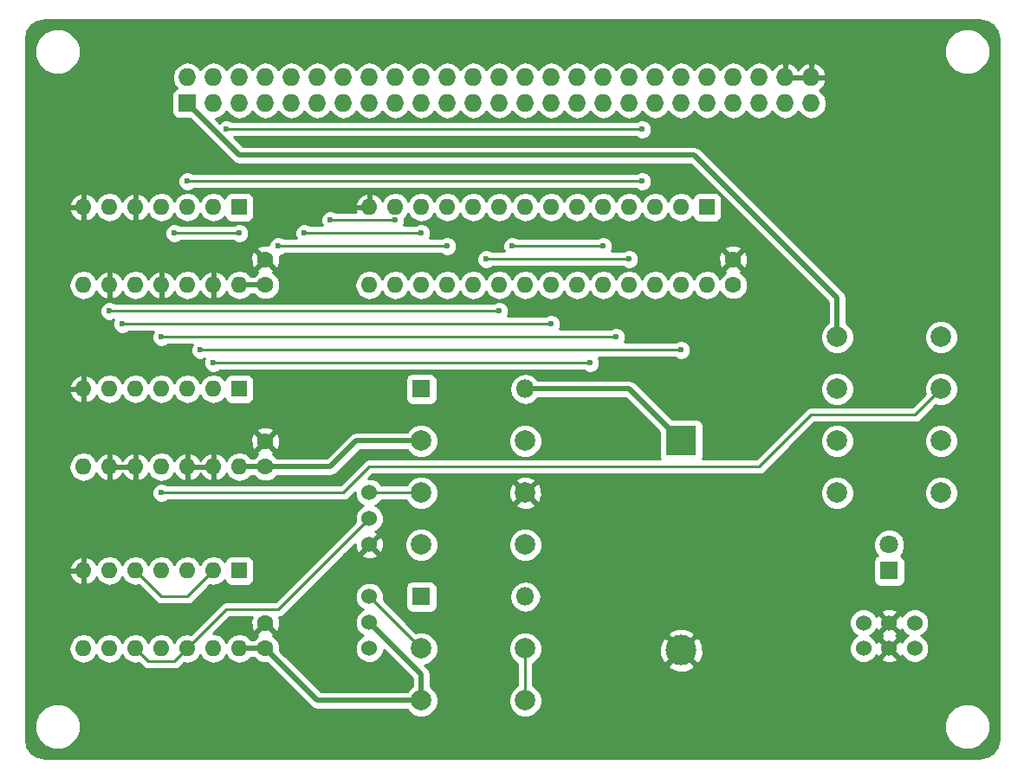
<source format=gbr>
G04 #@! TF.FileFunction,Copper,L2,Bot,Signal*
%FSLAX46Y46*%
G04 Gerber Fmt 4.6, Leading zero omitted, Abs format (unit mm)*
G04 Created by KiCad (PCBNEW 4.0.7) date *
%MOMM*%
%LPD*%
G01*
G04 APERTURE LIST*
%ADD10C,0.100000*%
%ADD11C,3.000000*%
%ADD12R,3.000000X3.000000*%
%ADD13C,1.600000*%
%ADD14R,1.800000X1.800000*%
%ADD15O,1.800000X1.800000*%
%ADD16C,1.800000*%
%ADD17R,1.600000X1.600000*%
%ADD18O,1.600000X1.600000*%
%ADD19C,1.998980*%
%ADD20C,1.524000*%
%ADD21R,1.727200X1.727200*%
%ADD22O,1.727200X1.727200*%
%ADD23C,0.600000*%
%ADD24C,0.500000*%
%ADD25C,0.250000*%
%ADD26C,0.254000*%
G04 APERTURE END LIST*
D10*
D11*
X154940000Y-122090000D03*
D12*
X154940000Y-101600000D03*
D13*
X114300000Y-121920000D03*
X114300000Y-119420000D03*
X114300000Y-104140000D03*
X114300000Y-101640000D03*
X114300000Y-86360000D03*
X114300000Y-83860000D03*
D14*
X129540000Y-96520000D03*
D15*
X139700000Y-96520000D03*
D14*
X129540000Y-116840000D03*
D15*
X139700000Y-116840000D03*
D14*
X175260000Y-114300000D03*
D16*
X175260000Y-111760000D03*
D17*
X111760000Y-114300000D03*
D18*
X96520000Y-121920000D03*
X109220000Y-114300000D03*
X99060000Y-121920000D03*
X106680000Y-114300000D03*
X101600000Y-121920000D03*
X104140000Y-114300000D03*
X104140000Y-121920000D03*
X101600000Y-114300000D03*
X106680000Y-121920000D03*
X99060000Y-114300000D03*
X109220000Y-121920000D03*
X96520000Y-114300000D03*
X111760000Y-121920000D03*
D17*
X111760000Y-96520000D03*
D18*
X96520000Y-104140000D03*
X109220000Y-96520000D03*
X99060000Y-104140000D03*
X106680000Y-96520000D03*
X101600000Y-104140000D03*
X104140000Y-96520000D03*
X104140000Y-104140000D03*
X101600000Y-96520000D03*
X106680000Y-104140000D03*
X99060000Y-96520000D03*
X109220000Y-104140000D03*
X96520000Y-96520000D03*
X111760000Y-104140000D03*
D17*
X111760000Y-78740000D03*
D18*
X96520000Y-86360000D03*
X109220000Y-78740000D03*
X99060000Y-86360000D03*
X106680000Y-78740000D03*
X101600000Y-86360000D03*
X104140000Y-78740000D03*
X104140000Y-86360000D03*
X101600000Y-78740000D03*
X106680000Y-86360000D03*
X99060000Y-78740000D03*
X109220000Y-86360000D03*
X96520000Y-78740000D03*
X111760000Y-86360000D03*
D17*
X157480000Y-78740000D03*
D18*
X124460000Y-86360000D03*
X154940000Y-78740000D03*
X127000000Y-86360000D03*
X152400000Y-78740000D03*
X129540000Y-86360000D03*
X149860000Y-78740000D03*
X132080000Y-86360000D03*
X147320000Y-78740000D03*
X134620000Y-86360000D03*
X144780000Y-78740000D03*
X137160000Y-86360000D03*
X142240000Y-78740000D03*
X139700000Y-86360000D03*
X139700000Y-78740000D03*
X142240000Y-86360000D03*
X137160000Y-78740000D03*
X144780000Y-86360000D03*
X134620000Y-78740000D03*
X147320000Y-86360000D03*
X132080000Y-78740000D03*
X149860000Y-86360000D03*
X129540000Y-78740000D03*
X152400000Y-86360000D03*
X127000000Y-78740000D03*
X154940000Y-86360000D03*
X124460000Y-78740000D03*
X157480000Y-86360000D03*
D19*
X129540000Y-101600000D03*
X139700000Y-101600000D03*
X129540000Y-106680000D03*
X139700000Y-106680000D03*
X129540000Y-111760000D03*
X139700000Y-111760000D03*
X129540000Y-121920000D03*
X139700000Y-121920000D03*
X170180000Y-91440000D03*
X180340000Y-91440000D03*
X170180000Y-96520000D03*
X180340000Y-96520000D03*
X170180000Y-101600000D03*
X180340000Y-101600000D03*
X170180000Y-106680000D03*
X180340000Y-106680000D03*
D20*
X172760000Y-119400000D03*
X175260000Y-119400000D03*
X177760000Y-119400000D03*
X172760000Y-121900000D03*
X175260000Y-121900000D03*
X177760000Y-121900000D03*
X124460000Y-119380000D03*
X124460000Y-116840000D03*
X124460000Y-121920000D03*
X124460000Y-109220000D03*
X124460000Y-106680000D03*
X124460000Y-111760000D03*
D13*
X160020000Y-86360000D03*
X160020000Y-83860000D03*
D21*
X106680000Y-68580000D03*
D22*
X106680000Y-66040000D03*
X109220000Y-68580000D03*
X109220000Y-66040000D03*
X111760000Y-68580000D03*
X111760000Y-66040000D03*
X114300000Y-68580000D03*
X114300000Y-66040000D03*
X116840000Y-68580000D03*
X116840000Y-66040000D03*
X119380000Y-68580000D03*
X119380000Y-66040000D03*
X121920000Y-68580000D03*
X121920000Y-66040000D03*
X124460000Y-68580000D03*
X124460000Y-66040000D03*
X127000000Y-68580000D03*
X127000000Y-66040000D03*
X129540000Y-68580000D03*
X129540000Y-66040000D03*
X132080000Y-68580000D03*
X132080000Y-66040000D03*
X134620000Y-68580000D03*
X134620000Y-66040000D03*
X137160000Y-68580000D03*
X137160000Y-66040000D03*
X139700000Y-68580000D03*
X139700000Y-66040000D03*
X142240000Y-68580000D03*
X142240000Y-66040000D03*
X144780000Y-68580000D03*
X144780000Y-66040000D03*
X147320000Y-68580000D03*
X147320000Y-66040000D03*
X149860000Y-68580000D03*
X149860000Y-66040000D03*
X152400000Y-68580000D03*
X152400000Y-66040000D03*
X154940000Y-68580000D03*
X154940000Y-66040000D03*
X157480000Y-68580000D03*
X157480000Y-66040000D03*
X160020000Y-68580000D03*
X160020000Y-66040000D03*
X162560000Y-68580000D03*
X162560000Y-66040000D03*
X165100000Y-68580000D03*
X165100000Y-66040000D03*
X167640000Y-68580000D03*
X167640000Y-66040000D03*
D19*
X129540000Y-127000000D03*
X139700000Y-127000000D03*
D23*
X110490000Y-71120000D03*
X151130000Y-71120000D03*
X107950000Y-92710000D03*
X154940000Y-92710000D03*
X104140000Y-106680000D03*
X105410000Y-81280000D03*
X111760000Y-81280000D03*
X142240000Y-90170000D03*
X100330000Y-90170000D03*
X109220000Y-93980000D03*
X146050000Y-93980000D03*
X148590000Y-91440000D03*
X104140000Y-91440000D03*
X106680000Y-76200000D03*
X151130000Y-76200000D03*
X138430000Y-82550000D03*
X147320000Y-82550000D03*
X132080000Y-82550000D03*
X115570000Y-82550000D03*
X149860000Y-83820000D03*
X135890000Y-83820000D03*
X129540000Y-81280000D03*
X118110000Y-81280000D03*
X127000000Y-80010000D03*
X120650000Y-80010000D03*
X137160000Y-88900000D03*
X99060000Y-88900000D03*
D24*
X124460000Y-119380000D02*
X129540000Y-124460000D01*
X129540000Y-124460000D02*
X129540000Y-127000000D01*
X114300000Y-121920000D02*
X119380000Y-127000000D01*
X119380000Y-127000000D02*
X129540000Y-127000000D01*
X111760000Y-86360000D02*
X114300000Y-86360000D01*
X111760000Y-121920000D02*
X114300000Y-121920000D01*
X111760000Y-104140000D02*
X114300000Y-104140000D01*
X114300000Y-104140000D02*
X120650000Y-104140000D01*
X123190000Y-101600000D02*
X129540000Y-101600000D01*
X120650000Y-104140000D02*
X123190000Y-101600000D01*
D25*
X151130000Y-71120000D02*
X110490000Y-71120000D01*
X101600000Y-114300000D02*
X104140000Y-116840000D01*
X106680000Y-116840000D02*
X109220000Y-114300000D01*
X104140000Y-116840000D02*
X106680000Y-116840000D01*
X107950000Y-92710000D02*
X154940000Y-92710000D01*
X106680000Y-121920000D02*
X110490000Y-118110000D01*
X115570000Y-118110000D02*
X124460000Y-109220000D01*
X110490000Y-118110000D02*
X115570000Y-118110000D01*
X101600000Y-121920000D02*
X102870000Y-123190000D01*
X105410000Y-123190000D02*
X106680000Y-121920000D01*
X102870000Y-123190000D02*
X105410000Y-123190000D01*
X139700000Y-127000000D02*
X139700000Y-121920000D01*
X177800000Y-99060000D02*
X180340000Y-96520000D01*
X167640000Y-99060000D02*
X177800000Y-99060000D01*
X162560000Y-104140000D02*
X167640000Y-99060000D01*
X124460000Y-104140000D02*
X162560000Y-104140000D01*
X121920000Y-106680000D02*
X124460000Y-104140000D01*
X104140000Y-106680000D02*
X121920000Y-106680000D01*
X111760000Y-81280000D02*
X105410000Y-81280000D01*
X100330000Y-90170000D02*
X142240000Y-90170000D01*
X144780000Y-93980000D02*
X146050000Y-93980000D01*
X109220000Y-93980000D02*
X144780000Y-93980000D01*
X104140000Y-91440000D02*
X148590000Y-91440000D01*
X151130000Y-76200000D02*
X106680000Y-76200000D01*
X147320000Y-82550000D02*
X138430000Y-82550000D01*
X115570000Y-82550000D02*
X132080000Y-82550000D01*
X135890000Y-83820000D02*
X149860000Y-83820000D01*
X118110000Y-81280000D02*
X129540000Y-81280000D01*
X120650000Y-80010000D02*
X127000000Y-80010000D01*
D24*
X170180000Y-91440000D02*
X170180000Y-87630000D01*
X111760000Y-73660000D02*
X106680000Y-68580000D01*
X156210000Y-73660000D02*
X111760000Y-73660000D01*
X170180000Y-87630000D02*
X156210000Y-73660000D01*
D25*
X99060000Y-88900000D02*
X137160000Y-88900000D01*
D24*
X154940000Y-101600000D02*
X149860000Y-96520000D01*
X149860000Y-96520000D02*
X139700000Y-96520000D01*
D25*
X124460000Y-106680000D02*
X129540000Y-106680000D01*
X124460000Y-116840000D02*
X129540000Y-121920000D01*
D26*
G36*
X184844989Y-60552152D02*
X185434170Y-60945830D01*
X185827848Y-61535011D01*
X185980000Y-62299931D01*
X185980000Y-130740069D01*
X185827848Y-131504989D01*
X185434170Y-132094170D01*
X184844989Y-132487848D01*
X184080069Y-132640000D01*
X92779931Y-132640000D01*
X92015011Y-132487848D01*
X91425830Y-132094170D01*
X91032152Y-131504989D01*
X90880000Y-130740069D01*
X90880000Y-129982619D01*
X91744613Y-129982619D01*
X92084155Y-130804372D01*
X92712321Y-131433636D01*
X93533481Y-131774611D01*
X94422619Y-131775387D01*
X95244372Y-131435845D01*
X95873636Y-130807679D01*
X96214611Y-129986519D01*
X96214614Y-129982619D01*
X180644613Y-129982619D01*
X180984155Y-130804372D01*
X181612321Y-131433636D01*
X182433481Y-131774611D01*
X183322619Y-131775387D01*
X184144372Y-131435845D01*
X184773636Y-130807679D01*
X185114611Y-129986519D01*
X185115387Y-129097381D01*
X184775845Y-128275628D01*
X184147679Y-127646364D01*
X183326519Y-127305389D01*
X182437381Y-127304613D01*
X181615628Y-127644155D01*
X180986364Y-128272321D01*
X180645389Y-129093481D01*
X180644613Y-129982619D01*
X96214614Y-129982619D01*
X96215387Y-129097381D01*
X95875845Y-128275628D01*
X95247679Y-127646364D01*
X94426519Y-127305389D01*
X93537381Y-127304613D01*
X92715628Y-127644155D01*
X92086364Y-128272321D01*
X91745389Y-129093481D01*
X91744613Y-129982619D01*
X90880000Y-129982619D01*
X90880000Y-121891887D01*
X95085000Y-121891887D01*
X95085000Y-121948113D01*
X95194233Y-122497264D01*
X95505302Y-122962811D01*
X95970849Y-123273880D01*
X96520000Y-123383113D01*
X97069151Y-123273880D01*
X97534698Y-122962811D01*
X97790000Y-122580725D01*
X98045302Y-122962811D01*
X98510849Y-123273880D01*
X99060000Y-123383113D01*
X99609151Y-123273880D01*
X100074698Y-122962811D01*
X100330000Y-122580725D01*
X100585302Y-122962811D01*
X101050849Y-123273880D01*
X101600000Y-123383113D01*
X101923886Y-123318688D01*
X102332599Y-123727401D01*
X102579160Y-123892148D01*
X102870000Y-123950000D01*
X105410000Y-123950000D01*
X105700839Y-123892148D01*
X105947401Y-123727401D01*
X106356114Y-123318688D01*
X106680000Y-123383113D01*
X107229151Y-123273880D01*
X107694698Y-122962811D01*
X107950000Y-122580725D01*
X108205302Y-122962811D01*
X108670849Y-123273880D01*
X109220000Y-123383113D01*
X109769151Y-123273880D01*
X110234698Y-122962811D01*
X110490000Y-122580725D01*
X110745302Y-122962811D01*
X111210849Y-123273880D01*
X111760000Y-123383113D01*
X112309151Y-123273880D01*
X112774698Y-122962811D01*
X112880144Y-122805000D01*
X113155829Y-122805000D01*
X113486077Y-123135824D01*
X114013309Y-123354750D01*
X114483580Y-123355160D01*
X118754208Y-127625787D01*
X118754210Y-127625790D01*
X119041325Y-127817633D01*
X119097516Y-127828810D01*
X119380000Y-127885001D01*
X119380005Y-127885000D01*
X128137153Y-127885000D01*
X128153538Y-127924655D01*
X128612927Y-128384846D01*
X129213453Y-128634206D01*
X129863694Y-128634774D01*
X130464655Y-128386462D01*
X130924846Y-127927073D01*
X131174206Y-127326547D01*
X131174774Y-126676306D01*
X130926462Y-126075345D01*
X130467073Y-125615154D01*
X130425000Y-125597684D01*
X130425000Y-124460005D01*
X130425001Y-124460000D01*
X130357633Y-124121326D01*
X130357633Y-124121325D01*
X130165790Y-123834210D01*
X130165787Y-123834208D01*
X129879728Y-123548149D01*
X130464655Y-123306462D01*
X130924846Y-122847073D01*
X131174206Y-122246547D01*
X131174208Y-122243694D01*
X138065226Y-122243694D01*
X138313538Y-122844655D01*
X138772927Y-123304846D01*
X138940000Y-123374221D01*
X138940000Y-125545504D01*
X138775345Y-125613538D01*
X138315154Y-126072927D01*
X138065794Y-126673453D01*
X138065226Y-127323694D01*
X138313538Y-127924655D01*
X138772927Y-128384846D01*
X139373453Y-128634206D01*
X140023694Y-128634774D01*
X140624655Y-128386462D01*
X141084846Y-127927073D01*
X141334206Y-127326547D01*
X141334774Y-126676306D01*
X141086462Y-126075345D01*
X140627073Y-125615154D01*
X140460000Y-125545779D01*
X140460000Y-123603970D01*
X153605635Y-123603970D01*
X153765418Y-123922739D01*
X154556187Y-124232723D01*
X155405387Y-124216497D01*
X156114582Y-123922739D01*
X156274365Y-123603970D01*
X154940000Y-122269605D01*
X153605635Y-123603970D01*
X140460000Y-123603970D01*
X140460000Y-123374496D01*
X140624655Y-123306462D01*
X141084846Y-122847073D01*
X141334206Y-122246547D01*
X141334678Y-121706187D01*
X152797277Y-121706187D01*
X152813503Y-122555387D01*
X153107261Y-123264582D01*
X153426030Y-123424365D01*
X154760395Y-122090000D01*
X155119605Y-122090000D01*
X156453970Y-123424365D01*
X156772739Y-123264582D01*
X157082723Y-122473813D01*
X157066497Y-121624613D01*
X156772739Y-120915418D01*
X156453970Y-120755635D01*
X155119605Y-122090000D01*
X154760395Y-122090000D01*
X153426030Y-120755635D01*
X153107261Y-120915418D01*
X152797277Y-121706187D01*
X141334678Y-121706187D01*
X141334774Y-121596306D01*
X141086462Y-120995345D01*
X140667878Y-120576030D01*
X153605635Y-120576030D01*
X154940000Y-121910395D01*
X156274365Y-120576030D01*
X156114582Y-120257261D01*
X155323813Y-119947277D01*
X154474613Y-119963503D01*
X153765418Y-120257261D01*
X153605635Y-120576030D01*
X140667878Y-120576030D01*
X140627073Y-120535154D01*
X140026547Y-120285794D01*
X139376306Y-120285226D01*
X138775345Y-120533538D01*
X138315154Y-120992927D01*
X138065794Y-121593453D01*
X138065226Y-122243694D01*
X131174208Y-122243694D01*
X131174774Y-121596306D01*
X130926462Y-120995345D01*
X130467073Y-120535154D01*
X129866547Y-120285794D01*
X129216306Y-120285226D01*
X129049111Y-120354309D01*
X128371463Y-119676661D01*
X171362758Y-119676661D01*
X171574990Y-120190303D01*
X171967630Y-120583629D01*
X172127228Y-120649900D01*
X171969697Y-120714990D01*
X171576371Y-121107630D01*
X171363243Y-121620900D01*
X171362758Y-122176661D01*
X171574990Y-122690303D01*
X171967630Y-123083629D01*
X172480900Y-123296757D01*
X173036661Y-123297242D01*
X173550303Y-123085010D01*
X173755457Y-122880213D01*
X174459392Y-122880213D01*
X174528857Y-123122397D01*
X175052302Y-123309144D01*
X175607368Y-123281362D01*
X175991143Y-123122397D01*
X176060608Y-122880213D01*
X175260000Y-122079605D01*
X174459392Y-122880213D01*
X173755457Y-122880213D01*
X173943629Y-122692370D01*
X174003370Y-122548497D01*
X174037603Y-122631143D01*
X174279787Y-122700608D01*
X175080395Y-121900000D01*
X174279787Y-121099392D01*
X174037603Y-121168857D01*
X174006026Y-121257367D01*
X173945010Y-121109697D01*
X173552370Y-120716371D01*
X173392772Y-120650100D01*
X173550303Y-120585010D01*
X173755457Y-120380213D01*
X174459392Y-120380213D01*
X174528857Y-120622397D01*
X174600462Y-120647943D01*
X174528857Y-120677603D01*
X174459392Y-120919787D01*
X175260000Y-121720395D01*
X176060608Y-120919787D01*
X175991143Y-120677603D01*
X175919538Y-120652057D01*
X175991143Y-120622397D01*
X176060608Y-120380213D01*
X175260000Y-119579605D01*
X174459392Y-120380213D01*
X173755457Y-120380213D01*
X173943629Y-120192370D01*
X174003370Y-120048497D01*
X174037603Y-120131143D01*
X174279787Y-120200608D01*
X175080395Y-119400000D01*
X175439605Y-119400000D01*
X176240213Y-120200608D01*
X176482397Y-120131143D01*
X176513974Y-120042633D01*
X176574990Y-120190303D01*
X176967630Y-120583629D01*
X177127228Y-120649900D01*
X176969697Y-120714990D01*
X176576371Y-121107630D01*
X176516630Y-121251503D01*
X176482397Y-121168857D01*
X176240213Y-121099392D01*
X175439605Y-121900000D01*
X176240213Y-122700608D01*
X176482397Y-122631143D01*
X176513974Y-122542633D01*
X176574990Y-122690303D01*
X176967630Y-123083629D01*
X177480900Y-123296757D01*
X178036661Y-123297242D01*
X178550303Y-123085010D01*
X178943629Y-122692370D01*
X179156757Y-122179100D01*
X179157242Y-121623339D01*
X178945010Y-121109697D01*
X178552370Y-120716371D01*
X178392772Y-120650100D01*
X178550303Y-120585010D01*
X178943629Y-120192370D01*
X179156757Y-119679100D01*
X179157242Y-119123339D01*
X178945010Y-118609697D01*
X178552370Y-118216371D01*
X178039100Y-118003243D01*
X177483339Y-118002758D01*
X176969697Y-118214990D01*
X176576371Y-118607630D01*
X176516630Y-118751503D01*
X176482397Y-118668857D01*
X176240213Y-118599392D01*
X175439605Y-119400000D01*
X175080395Y-119400000D01*
X174279787Y-118599392D01*
X174037603Y-118668857D01*
X174006026Y-118757367D01*
X173945010Y-118609697D01*
X173755432Y-118419787D01*
X174459392Y-118419787D01*
X175260000Y-119220395D01*
X176060608Y-118419787D01*
X175991143Y-118177603D01*
X175467698Y-117990856D01*
X174912632Y-118018638D01*
X174528857Y-118177603D01*
X174459392Y-118419787D01*
X173755432Y-118419787D01*
X173552370Y-118216371D01*
X173039100Y-118003243D01*
X172483339Y-118002758D01*
X171969697Y-118214990D01*
X171576371Y-118607630D01*
X171363243Y-119120900D01*
X171362758Y-119676661D01*
X128371463Y-119676661D01*
X125844183Y-117149381D01*
X125856757Y-117119100D01*
X125857242Y-116563339D01*
X125645010Y-116049697D01*
X125535505Y-115940000D01*
X127992560Y-115940000D01*
X127992560Y-117740000D01*
X128036838Y-117975317D01*
X128175910Y-118191441D01*
X128388110Y-118336431D01*
X128640000Y-118387440D01*
X130440000Y-118387440D01*
X130675317Y-118343162D01*
X130891441Y-118204090D01*
X131036431Y-117991890D01*
X131087440Y-117740000D01*
X131087440Y-116840000D01*
X138134928Y-116840000D01*
X138251773Y-117427419D01*
X138584519Y-117925409D01*
X139082509Y-118258155D01*
X139669928Y-118375000D01*
X139730072Y-118375000D01*
X140317491Y-118258155D01*
X140815481Y-117925409D01*
X141148227Y-117427419D01*
X141265072Y-116840000D01*
X141148227Y-116252581D01*
X140815481Y-115754591D01*
X140317491Y-115421845D01*
X139730072Y-115305000D01*
X139669928Y-115305000D01*
X139082509Y-115421845D01*
X138584519Y-115754591D01*
X138251773Y-116252581D01*
X138134928Y-116840000D01*
X131087440Y-116840000D01*
X131087440Y-115940000D01*
X131043162Y-115704683D01*
X130904090Y-115488559D01*
X130691890Y-115343569D01*
X130440000Y-115292560D01*
X128640000Y-115292560D01*
X128404683Y-115336838D01*
X128188559Y-115475910D01*
X128043569Y-115688110D01*
X127992560Y-115940000D01*
X125535505Y-115940000D01*
X125252370Y-115656371D01*
X124739100Y-115443243D01*
X124183339Y-115442758D01*
X123669697Y-115654990D01*
X123276371Y-116047630D01*
X123063243Y-116560900D01*
X123062758Y-117116661D01*
X123274990Y-117630303D01*
X123667630Y-118023629D01*
X123875512Y-118109949D01*
X123669697Y-118194990D01*
X123276371Y-118587630D01*
X123063243Y-119100900D01*
X123062758Y-119656661D01*
X123274990Y-120170303D01*
X123667630Y-120563629D01*
X123875512Y-120649949D01*
X123669697Y-120734990D01*
X123276371Y-121127630D01*
X123063243Y-121640900D01*
X123062758Y-122196661D01*
X123274990Y-122710303D01*
X123667630Y-123103629D01*
X124180900Y-123316757D01*
X124736661Y-123317242D01*
X125250303Y-123105010D01*
X125643629Y-122712370D01*
X125856757Y-122199100D01*
X125856906Y-122028485D01*
X128655000Y-124826579D01*
X128655000Y-125597153D01*
X128615345Y-125613538D01*
X128155154Y-126072927D01*
X128137684Y-126115000D01*
X119746579Y-126115000D01*
X115734840Y-122103260D01*
X115735248Y-121635813D01*
X115517243Y-121108200D01*
X115113923Y-120704176D01*
X115047456Y-120676577D01*
X115054005Y-120673864D01*
X115128139Y-120427745D01*
X114300000Y-119599605D01*
X113471861Y-120427745D01*
X113545995Y-120673864D01*
X113552483Y-120676196D01*
X113488200Y-120702757D01*
X113155377Y-121035000D01*
X112880144Y-121035000D01*
X112774698Y-120877189D01*
X112309151Y-120566120D01*
X111760000Y-120456887D01*
X111210849Y-120566120D01*
X110745302Y-120877189D01*
X110490000Y-121259275D01*
X110234698Y-120877189D01*
X109769151Y-120566120D01*
X109220000Y-120456887D01*
X109217397Y-120457405D01*
X110804802Y-118870000D01*
X112972809Y-118870000D01*
X112853035Y-119203223D01*
X112880222Y-119773454D01*
X113046136Y-120174005D01*
X113292255Y-120248139D01*
X114120395Y-119420000D01*
X114106252Y-119405858D01*
X114285858Y-119226253D01*
X114300000Y-119240395D01*
X114314143Y-119226253D01*
X114493748Y-119405858D01*
X114479605Y-119420000D01*
X115307745Y-120248139D01*
X115553864Y-120174005D01*
X115746965Y-119636777D01*
X115719778Y-119066546D01*
X115633162Y-118857436D01*
X115860839Y-118812148D01*
X116107401Y-118647401D01*
X121354802Y-113400000D01*
X173712560Y-113400000D01*
X173712560Y-115200000D01*
X173756838Y-115435317D01*
X173895910Y-115651441D01*
X174108110Y-115796431D01*
X174360000Y-115847440D01*
X176160000Y-115847440D01*
X176395317Y-115803162D01*
X176611441Y-115664090D01*
X176756431Y-115451890D01*
X176807440Y-115200000D01*
X176807440Y-113400000D01*
X176763162Y-113164683D01*
X176624090Y-112948559D01*
X176411890Y-112803569D01*
X176391466Y-112799433D01*
X176560551Y-112630643D01*
X176794733Y-112066670D01*
X176795265Y-111456009D01*
X176562068Y-110891629D01*
X176130643Y-110459449D01*
X175566670Y-110225267D01*
X174956009Y-110224735D01*
X174391629Y-110457932D01*
X173959449Y-110889357D01*
X173725267Y-111453330D01*
X173724735Y-112063991D01*
X173957932Y-112628371D01*
X174125880Y-112796613D01*
X174124683Y-112796838D01*
X173908559Y-112935910D01*
X173763569Y-113148110D01*
X173712560Y-113400000D01*
X121354802Y-113400000D01*
X122014589Y-112740213D01*
X123659392Y-112740213D01*
X123728857Y-112982397D01*
X124252302Y-113169144D01*
X124807368Y-113141362D01*
X125191143Y-112982397D01*
X125260608Y-112740213D01*
X124460000Y-111939605D01*
X123659392Y-112740213D01*
X122014589Y-112740213D01*
X123058084Y-111696718D01*
X123078638Y-112107368D01*
X123237603Y-112491143D01*
X123479787Y-112560608D01*
X124280395Y-111760000D01*
X124639605Y-111760000D01*
X125440213Y-112560608D01*
X125682397Y-112491143D01*
X125827760Y-112083694D01*
X127905226Y-112083694D01*
X128153538Y-112684655D01*
X128612927Y-113144846D01*
X129213453Y-113394206D01*
X129863694Y-113394774D01*
X130464655Y-113146462D01*
X130924846Y-112687073D01*
X131174206Y-112086547D01*
X131174208Y-112083694D01*
X138065226Y-112083694D01*
X138313538Y-112684655D01*
X138772927Y-113144846D01*
X139373453Y-113394206D01*
X140023694Y-113394774D01*
X140624655Y-113146462D01*
X141084846Y-112687073D01*
X141334206Y-112086547D01*
X141334774Y-111436306D01*
X141086462Y-110835345D01*
X140627073Y-110375154D01*
X140026547Y-110125794D01*
X139376306Y-110125226D01*
X138775345Y-110373538D01*
X138315154Y-110832927D01*
X138065794Y-111433453D01*
X138065226Y-112083694D01*
X131174208Y-112083694D01*
X131174774Y-111436306D01*
X130926462Y-110835345D01*
X130467073Y-110375154D01*
X129866547Y-110125794D01*
X129216306Y-110125226D01*
X128615345Y-110373538D01*
X128155154Y-110832927D01*
X127905794Y-111433453D01*
X127905226Y-112083694D01*
X125827760Y-112083694D01*
X125869144Y-111967698D01*
X125841362Y-111412632D01*
X125682397Y-111028857D01*
X125440213Y-110959392D01*
X124639605Y-111760000D01*
X124280395Y-111760000D01*
X124266253Y-111745858D01*
X124445858Y-111566253D01*
X124460000Y-111580395D01*
X125260608Y-110779787D01*
X125191143Y-110537603D01*
X125050682Y-110487491D01*
X125250303Y-110405010D01*
X125643629Y-110012370D01*
X125856757Y-109499100D01*
X125857242Y-108943339D01*
X125645010Y-108429697D01*
X125252370Y-108036371D01*
X125044488Y-107950051D01*
X125250303Y-107865010D01*
X125643629Y-107472370D01*
X125657070Y-107440000D01*
X128085504Y-107440000D01*
X128153538Y-107604655D01*
X128612927Y-108064846D01*
X129213453Y-108314206D01*
X129863694Y-108314774D01*
X130464655Y-108066462D01*
X130699363Y-107832163D01*
X138727443Y-107832163D01*
X138826042Y-108098965D01*
X139435582Y-108325401D01*
X140085377Y-108301341D01*
X140573958Y-108098965D01*
X140672557Y-107832163D01*
X139700000Y-106859605D01*
X138727443Y-107832163D01*
X130699363Y-107832163D01*
X130924846Y-107607073D01*
X131174206Y-107006547D01*
X131174722Y-106415582D01*
X138054599Y-106415582D01*
X138078659Y-107065377D01*
X138281035Y-107553958D01*
X138547837Y-107652557D01*
X139520395Y-106680000D01*
X139879605Y-106680000D01*
X140852163Y-107652557D01*
X141118965Y-107553958D01*
X141323380Y-107003694D01*
X168545226Y-107003694D01*
X168793538Y-107604655D01*
X169252927Y-108064846D01*
X169853453Y-108314206D01*
X170503694Y-108314774D01*
X171104655Y-108066462D01*
X171564846Y-107607073D01*
X171814206Y-107006547D01*
X171814208Y-107003694D01*
X178705226Y-107003694D01*
X178953538Y-107604655D01*
X179412927Y-108064846D01*
X180013453Y-108314206D01*
X180663694Y-108314774D01*
X181264655Y-108066462D01*
X181724846Y-107607073D01*
X181974206Y-107006547D01*
X181974774Y-106356306D01*
X181726462Y-105755345D01*
X181267073Y-105295154D01*
X180666547Y-105045794D01*
X180016306Y-105045226D01*
X179415345Y-105293538D01*
X178955154Y-105752927D01*
X178705794Y-106353453D01*
X178705226Y-107003694D01*
X171814208Y-107003694D01*
X171814774Y-106356306D01*
X171566462Y-105755345D01*
X171107073Y-105295154D01*
X170506547Y-105045794D01*
X169856306Y-105045226D01*
X169255345Y-105293538D01*
X168795154Y-105752927D01*
X168545794Y-106353453D01*
X168545226Y-107003694D01*
X141323380Y-107003694D01*
X141345401Y-106944418D01*
X141321341Y-106294623D01*
X141118965Y-105806042D01*
X140852163Y-105707443D01*
X139879605Y-106680000D01*
X139520395Y-106680000D01*
X138547837Y-105707443D01*
X138281035Y-105806042D01*
X138054599Y-106415582D01*
X131174722Y-106415582D01*
X131174774Y-106356306D01*
X130926462Y-105755345D01*
X130699351Y-105527837D01*
X138727443Y-105527837D01*
X139700000Y-106500395D01*
X140672557Y-105527837D01*
X140573958Y-105261035D01*
X139964418Y-105034599D01*
X139314623Y-105058659D01*
X138826042Y-105261035D01*
X138727443Y-105527837D01*
X130699351Y-105527837D01*
X130467073Y-105295154D01*
X129866547Y-105045794D01*
X129216306Y-105045226D01*
X128615345Y-105293538D01*
X128155154Y-105752927D01*
X128085779Y-105920000D01*
X125657531Y-105920000D01*
X125645010Y-105889697D01*
X125252370Y-105496371D01*
X124739100Y-105283243D01*
X124391862Y-105282940D01*
X124774802Y-104900000D01*
X162560000Y-104900000D01*
X162850839Y-104842148D01*
X163097401Y-104677401D01*
X165851108Y-101923694D01*
X168545226Y-101923694D01*
X168793538Y-102524655D01*
X169252927Y-102984846D01*
X169853453Y-103234206D01*
X170503694Y-103234774D01*
X171104655Y-102986462D01*
X171564846Y-102527073D01*
X171814206Y-101926547D01*
X171814208Y-101923694D01*
X178705226Y-101923694D01*
X178953538Y-102524655D01*
X179412927Y-102984846D01*
X180013453Y-103234206D01*
X180663694Y-103234774D01*
X181264655Y-102986462D01*
X181724846Y-102527073D01*
X181974206Y-101926547D01*
X181974774Y-101276306D01*
X181726462Y-100675345D01*
X181267073Y-100215154D01*
X180666547Y-99965794D01*
X180016306Y-99965226D01*
X179415345Y-100213538D01*
X178955154Y-100672927D01*
X178705794Y-101273453D01*
X178705226Y-101923694D01*
X171814208Y-101923694D01*
X171814774Y-101276306D01*
X171566462Y-100675345D01*
X171107073Y-100215154D01*
X170506547Y-99965794D01*
X169856306Y-99965226D01*
X169255345Y-100213538D01*
X168795154Y-100672927D01*
X168545794Y-101273453D01*
X168545226Y-101923694D01*
X165851108Y-101923694D01*
X167954802Y-99820000D01*
X177800000Y-99820000D01*
X178090839Y-99762148D01*
X178337401Y-99597401D01*
X179848917Y-98085885D01*
X180013453Y-98154206D01*
X180663694Y-98154774D01*
X181264655Y-97906462D01*
X181724846Y-97447073D01*
X181974206Y-96846547D01*
X181974774Y-96196306D01*
X181726462Y-95595345D01*
X181267073Y-95135154D01*
X180666547Y-94885794D01*
X180016306Y-94885226D01*
X179415345Y-95133538D01*
X178955154Y-95592927D01*
X178705794Y-96193453D01*
X178705226Y-96843694D01*
X178774309Y-97010889D01*
X177485198Y-98300000D01*
X167640000Y-98300000D01*
X167349161Y-98357852D01*
X167102599Y-98522599D01*
X162245198Y-103380000D01*
X157017224Y-103380000D01*
X157036431Y-103351890D01*
X157087440Y-103100000D01*
X157087440Y-100100000D01*
X157043162Y-99864683D01*
X156904090Y-99648559D01*
X156691890Y-99503569D01*
X156440000Y-99452560D01*
X154044139Y-99452560D01*
X151435274Y-96843694D01*
X168545226Y-96843694D01*
X168793538Y-97444655D01*
X169252927Y-97904846D01*
X169853453Y-98154206D01*
X170503694Y-98154774D01*
X171104655Y-97906462D01*
X171564846Y-97447073D01*
X171814206Y-96846547D01*
X171814774Y-96196306D01*
X171566462Y-95595345D01*
X171107073Y-95135154D01*
X170506547Y-94885794D01*
X169856306Y-94885226D01*
X169255345Y-95133538D01*
X168795154Y-95592927D01*
X168545794Y-96193453D01*
X168545226Y-96843694D01*
X151435274Y-96843694D01*
X150485790Y-95894210D01*
X150198675Y-95702367D01*
X150142484Y-95691190D01*
X149860000Y-95634999D01*
X149859995Y-95635000D01*
X140949390Y-95635000D01*
X140815481Y-95434591D01*
X140317491Y-95101845D01*
X139730072Y-94985000D01*
X139669928Y-94985000D01*
X139082509Y-95101845D01*
X138584519Y-95434591D01*
X138251773Y-95932581D01*
X138134928Y-96520000D01*
X138251773Y-97107419D01*
X138584519Y-97605409D01*
X139082509Y-97938155D01*
X139669928Y-98055000D01*
X139730072Y-98055000D01*
X140317491Y-97938155D01*
X140815481Y-97605409D01*
X140949390Y-97405000D01*
X149493420Y-97405000D01*
X152792560Y-100704139D01*
X152792560Y-103100000D01*
X152836838Y-103335317D01*
X152865591Y-103380000D01*
X124460000Y-103380000D01*
X124217414Y-103428254D01*
X124169160Y-103437852D01*
X123922599Y-103602599D01*
X121605198Y-105920000D01*
X104702463Y-105920000D01*
X104670327Y-105887808D01*
X104326799Y-105745162D01*
X103954833Y-105744838D01*
X103611057Y-105886883D01*
X103347808Y-106149673D01*
X103205162Y-106493201D01*
X103204838Y-106865167D01*
X103346883Y-107208943D01*
X103609673Y-107472192D01*
X103953201Y-107614838D01*
X104325167Y-107615162D01*
X104668943Y-107473117D01*
X104702118Y-107440000D01*
X121920000Y-107440000D01*
X122210839Y-107382148D01*
X122457401Y-107217401D01*
X123063059Y-106611743D01*
X123062758Y-106956661D01*
X123274990Y-107470303D01*
X123667630Y-107863629D01*
X123875512Y-107949949D01*
X123669697Y-108034990D01*
X123276371Y-108427630D01*
X123063243Y-108940900D01*
X123062758Y-109496661D01*
X123076143Y-109529055D01*
X115255198Y-117350000D01*
X110490000Y-117350000D01*
X110199161Y-117407852D01*
X109952599Y-117572599D01*
X107003886Y-120521312D01*
X106680000Y-120456887D01*
X106130849Y-120566120D01*
X105665302Y-120877189D01*
X105410000Y-121259275D01*
X105154698Y-120877189D01*
X104689151Y-120566120D01*
X104140000Y-120456887D01*
X103590849Y-120566120D01*
X103125302Y-120877189D01*
X102870000Y-121259275D01*
X102614698Y-120877189D01*
X102149151Y-120566120D01*
X101600000Y-120456887D01*
X101050849Y-120566120D01*
X100585302Y-120877189D01*
X100330000Y-121259275D01*
X100074698Y-120877189D01*
X99609151Y-120566120D01*
X99060000Y-120456887D01*
X98510849Y-120566120D01*
X98045302Y-120877189D01*
X97790000Y-121259275D01*
X97534698Y-120877189D01*
X97069151Y-120566120D01*
X96520000Y-120456887D01*
X95970849Y-120566120D01*
X95505302Y-120877189D01*
X95194233Y-121342736D01*
X95085000Y-121891887D01*
X90880000Y-121891887D01*
X90880000Y-114649041D01*
X95128086Y-114649041D01*
X95367611Y-115155134D01*
X95782577Y-115531041D01*
X96170961Y-115691904D01*
X96393000Y-115569915D01*
X96393000Y-114427000D01*
X95249371Y-114427000D01*
X95128086Y-114649041D01*
X90880000Y-114649041D01*
X90880000Y-113950959D01*
X95128086Y-113950959D01*
X95249371Y-114173000D01*
X96393000Y-114173000D01*
X96393000Y-113030085D01*
X96647000Y-113030085D01*
X96647000Y-114173000D01*
X96667000Y-114173000D01*
X96667000Y-114427000D01*
X96647000Y-114427000D01*
X96647000Y-115569915D01*
X96869039Y-115691904D01*
X97257423Y-115531041D01*
X97672389Y-115155134D01*
X97775014Y-114938297D01*
X98045302Y-115342811D01*
X98510849Y-115653880D01*
X99060000Y-115763113D01*
X99609151Y-115653880D01*
X100074698Y-115342811D01*
X100330000Y-114960725D01*
X100585302Y-115342811D01*
X101050849Y-115653880D01*
X101600000Y-115763113D01*
X101923886Y-115698688D01*
X103602599Y-117377401D01*
X103849160Y-117542148D01*
X103897414Y-117551746D01*
X104140000Y-117600000D01*
X106680000Y-117600000D01*
X106970839Y-117542148D01*
X107217401Y-117377401D01*
X108896114Y-115698688D01*
X109220000Y-115763113D01*
X109769151Y-115653880D01*
X110234698Y-115342811D01*
X110331101Y-115198535D01*
X110356838Y-115335317D01*
X110495910Y-115551441D01*
X110708110Y-115696431D01*
X110960000Y-115747440D01*
X112560000Y-115747440D01*
X112795317Y-115703162D01*
X113011441Y-115564090D01*
X113156431Y-115351890D01*
X113207440Y-115100000D01*
X113207440Y-113500000D01*
X113163162Y-113264683D01*
X113024090Y-113048559D01*
X112811890Y-112903569D01*
X112560000Y-112852560D01*
X110960000Y-112852560D01*
X110724683Y-112896838D01*
X110508559Y-113035910D01*
X110363569Y-113248110D01*
X110332185Y-113403089D01*
X110234698Y-113257189D01*
X109769151Y-112946120D01*
X109220000Y-112836887D01*
X108670849Y-112946120D01*
X108205302Y-113257189D01*
X107950000Y-113639275D01*
X107694698Y-113257189D01*
X107229151Y-112946120D01*
X106680000Y-112836887D01*
X106130849Y-112946120D01*
X105665302Y-113257189D01*
X105410000Y-113639275D01*
X105154698Y-113257189D01*
X104689151Y-112946120D01*
X104140000Y-112836887D01*
X103590849Y-112946120D01*
X103125302Y-113257189D01*
X102870000Y-113639275D01*
X102614698Y-113257189D01*
X102149151Y-112946120D01*
X101600000Y-112836887D01*
X101050849Y-112946120D01*
X100585302Y-113257189D01*
X100330000Y-113639275D01*
X100074698Y-113257189D01*
X99609151Y-112946120D01*
X99060000Y-112836887D01*
X98510849Y-112946120D01*
X98045302Y-113257189D01*
X97775014Y-113661703D01*
X97672389Y-113444866D01*
X97257423Y-113068959D01*
X96869039Y-112908096D01*
X96647000Y-113030085D01*
X96393000Y-113030085D01*
X96170961Y-112908096D01*
X95782577Y-113068959D01*
X95367611Y-113444866D01*
X95128086Y-113950959D01*
X90880000Y-113950959D01*
X90880000Y-104111887D01*
X95085000Y-104111887D01*
X95085000Y-104168113D01*
X95194233Y-104717264D01*
X95505302Y-105182811D01*
X95970849Y-105493880D01*
X96520000Y-105603113D01*
X97069151Y-105493880D01*
X97534698Y-105182811D01*
X97804986Y-104778297D01*
X97907611Y-104995134D01*
X98322577Y-105371041D01*
X98710961Y-105531904D01*
X98933000Y-105409915D01*
X98933000Y-104267000D01*
X99187000Y-104267000D01*
X99187000Y-105409915D01*
X99409039Y-105531904D01*
X99797423Y-105371041D01*
X100212389Y-104995134D01*
X100330000Y-104746633D01*
X100447611Y-104995134D01*
X100862577Y-105371041D01*
X101250961Y-105531904D01*
X101473000Y-105409915D01*
X101473000Y-104267000D01*
X99187000Y-104267000D01*
X98933000Y-104267000D01*
X98913000Y-104267000D01*
X98913000Y-104013000D01*
X98933000Y-104013000D01*
X98933000Y-102870085D01*
X99187000Y-102870085D01*
X99187000Y-104013000D01*
X101473000Y-104013000D01*
X101473000Y-102870085D01*
X101727000Y-102870085D01*
X101727000Y-104013000D01*
X101747000Y-104013000D01*
X101747000Y-104267000D01*
X101727000Y-104267000D01*
X101727000Y-105409915D01*
X101949039Y-105531904D01*
X102337423Y-105371041D01*
X102752389Y-104995134D01*
X102855014Y-104778297D01*
X103125302Y-105182811D01*
X103590849Y-105493880D01*
X104140000Y-105603113D01*
X104689151Y-105493880D01*
X105154698Y-105182811D01*
X105424986Y-104778297D01*
X105527611Y-104995134D01*
X105942577Y-105371041D01*
X106330961Y-105531904D01*
X106553000Y-105409915D01*
X106553000Y-104267000D01*
X106807000Y-104267000D01*
X106807000Y-105409915D01*
X107029039Y-105531904D01*
X107417423Y-105371041D01*
X107832389Y-104995134D01*
X107950000Y-104746633D01*
X108067611Y-104995134D01*
X108482577Y-105371041D01*
X108870961Y-105531904D01*
X109093000Y-105409915D01*
X109093000Y-104267000D01*
X106807000Y-104267000D01*
X106553000Y-104267000D01*
X106533000Y-104267000D01*
X106533000Y-104013000D01*
X106553000Y-104013000D01*
X106553000Y-102870085D01*
X106807000Y-102870085D01*
X106807000Y-104013000D01*
X109093000Y-104013000D01*
X109093000Y-102870085D01*
X109347000Y-102870085D01*
X109347000Y-104013000D01*
X109367000Y-104013000D01*
X109367000Y-104267000D01*
X109347000Y-104267000D01*
X109347000Y-105409915D01*
X109569039Y-105531904D01*
X109957423Y-105371041D01*
X110372389Y-104995134D01*
X110475014Y-104778297D01*
X110745302Y-105182811D01*
X111210849Y-105493880D01*
X111760000Y-105603113D01*
X112309151Y-105493880D01*
X112774698Y-105182811D01*
X112880144Y-105025000D01*
X113155829Y-105025000D01*
X113486077Y-105355824D01*
X114013309Y-105574750D01*
X114584187Y-105575248D01*
X115111800Y-105357243D01*
X115444623Y-105025000D01*
X120649995Y-105025000D01*
X120650000Y-105025001D01*
X120932484Y-104968810D01*
X120988675Y-104957633D01*
X121275790Y-104765790D01*
X123556579Y-102485000D01*
X128137153Y-102485000D01*
X128153538Y-102524655D01*
X128612927Y-102984846D01*
X129213453Y-103234206D01*
X129863694Y-103234774D01*
X130464655Y-102986462D01*
X130924846Y-102527073D01*
X131174206Y-101926547D01*
X131174208Y-101923694D01*
X138065226Y-101923694D01*
X138313538Y-102524655D01*
X138772927Y-102984846D01*
X139373453Y-103234206D01*
X140023694Y-103234774D01*
X140624655Y-102986462D01*
X141084846Y-102527073D01*
X141334206Y-101926547D01*
X141334774Y-101276306D01*
X141086462Y-100675345D01*
X140627073Y-100215154D01*
X140026547Y-99965794D01*
X139376306Y-99965226D01*
X138775345Y-100213538D01*
X138315154Y-100672927D01*
X138065794Y-101273453D01*
X138065226Y-101923694D01*
X131174208Y-101923694D01*
X131174774Y-101276306D01*
X130926462Y-100675345D01*
X130467073Y-100215154D01*
X129866547Y-99965794D01*
X129216306Y-99965226D01*
X128615345Y-100213538D01*
X128155154Y-100672927D01*
X128137684Y-100715000D01*
X123190000Y-100715000D01*
X122851325Y-100782367D01*
X122564210Y-100974210D01*
X122564208Y-100974213D01*
X120283420Y-103255000D01*
X115444171Y-103255000D01*
X115113923Y-102924176D01*
X115047456Y-102896577D01*
X115054005Y-102893864D01*
X115128139Y-102647745D01*
X114300000Y-101819605D01*
X113471861Y-102647745D01*
X113545995Y-102893864D01*
X113552483Y-102896196D01*
X113488200Y-102922757D01*
X113155377Y-103255000D01*
X112880144Y-103255000D01*
X112774698Y-103097189D01*
X112309151Y-102786120D01*
X111760000Y-102676887D01*
X111210849Y-102786120D01*
X110745302Y-103097189D01*
X110475014Y-103501703D01*
X110372389Y-103284866D01*
X109957423Y-102908959D01*
X109569039Y-102748096D01*
X109347000Y-102870085D01*
X109093000Y-102870085D01*
X108870961Y-102748096D01*
X108482577Y-102908959D01*
X108067611Y-103284866D01*
X107950000Y-103533367D01*
X107832389Y-103284866D01*
X107417423Y-102908959D01*
X107029039Y-102748096D01*
X106807000Y-102870085D01*
X106553000Y-102870085D01*
X106330961Y-102748096D01*
X105942577Y-102908959D01*
X105527611Y-103284866D01*
X105424986Y-103501703D01*
X105154698Y-103097189D01*
X104689151Y-102786120D01*
X104140000Y-102676887D01*
X103590849Y-102786120D01*
X103125302Y-103097189D01*
X102855014Y-103501703D01*
X102752389Y-103284866D01*
X102337423Y-102908959D01*
X101949039Y-102748096D01*
X101727000Y-102870085D01*
X101473000Y-102870085D01*
X101250961Y-102748096D01*
X100862577Y-102908959D01*
X100447611Y-103284866D01*
X100330000Y-103533367D01*
X100212389Y-103284866D01*
X99797423Y-102908959D01*
X99409039Y-102748096D01*
X99187000Y-102870085D01*
X98933000Y-102870085D01*
X98710961Y-102748096D01*
X98322577Y-102908959D01*
X97907611Y-103284866D01*
X97804986Y-103501703D01*
X97534698Y-103097189D01*
X97069151Y-102786120D01*
X96520000Y-102676887D01*
X95970849Y-102786120D01*
X95505302Y-103097189D01*
X95194233Y-103562736D01*
X95085000Y-104111887D01*
X90880000Y-104111887D01*
X90880000Y-101423223D01*
X112853035Y-101423223D01*
X112880222Y-101993454D01*
X113046136Y-102394005D01*
X113292255Y-102468139D01*
X114120395Y-101640000D01*
X114479605Y-101640000D01*
X115307745Y-102468139D01*
X115553864Y-102394005D01*
X115746965Y-101856777D01*
X115719778Y-101286546D01*
X115553864Y-100885995D01*
X115307745Y-100811861D01*
X114479605Y-101640000D01*
X114120395Y-101640000D01*
X113292255Y-100811861D01*
X113046136Y-100885995D01*
X112853035Y-101423223D01*
X90880000Y-101423223D01*
X90880000Y-100632255D01*
X113471861Y-100632255D01*
X114300000Y-101460395D01*
X115128139Y-100632255D01*
X115054005Y-100386136D01*
X114516777Y-100193035D01*
X113946546Y-100220222D01*
X113545995Y-100386136D01*
X113471861Y-100632255D01*
X90880000Y-100632255D01*
X90880000Y-96869041D01*
X95128086Y-96869041D01*
X95367611Y-97375134D01*
X95782577Y-97751041D01*
X96170961Y-97911904D01*
X96393000Y-97789915D01*
X96393000Y-96647000D01*
X95249371Y-96647000D01*
X95128086Y-96869041D01*
X90880000Y-96869041D01*
X90880000Y-96170959D01*
X95128086Y-96170959D01*
X95249371Y-96393000D01*
X96393000Y-96393000D01*
X96393000Y-95250085D01*
X96647000Y-95250085D01*
X96647000Y-96393000D01*
X96667000Y-96393000D01*
X96667000Y-96647000D01*
X96647000Y-96647000D01*
X96647000Y-97789915D01*
X96869039Y-97911904D01*
X97257423Y-97751041D01*
X97672389Y-97375134D01*
X97775014Y-97158297D01*
X98045302Y-97562811D01*
X98510849Y-97873880D01*
X99060000Y-97983113D01*
X99609151Y-97873880D01*
X100074698Y-97562811D01*
X100330000Y-97180725D01*
X100585302Y-97562811D01*
X101050849Y-97873880D01*
X101600000Y-97983113D01*
X102149151Y-97873880D01*
X102614698Y-97562811D01*
X102870000Y-97180725D01*
X103125302Y-97562811D01*
X103590849Y-97873880D01*
X104140000Y-97983113D01*
X104689151Y-97873880D01*
X105154698Y-97562811D01*
X105410000Y-97180725D01*
X105665302Y-97562811D01*
X106130849Y-97873880D01*
X106680000Y-97983113D01*
X107229151Y-97873880D01*
X107694698Y-97562811D01*
X107950000Y-97180725D01*
X108205302Y-97562811D01*
X108670849Y-97873880D01*
X109220000Y-97983113D01*
X109769151Y-97873880D01*
X110234698Y-97562811D01*
X110331101Y-97418535D01*
X110356838Y-97555317D01*
X110495910Y-97771441D01*
X110708110Y-97916431D01*
X110960000Y-97967440D01*
X112560000Y-97967440D01*
X112795317Y-97923162D01*
X113011441Y-97784090D01*
X113156431Y-97571890D01*
X113207440Y-97320000D01*
X113207440Y-95720000D01*
X113188624Y-95620000D01*
X127992560Y-95620000D01*
X127992560Y-97420000D01*
X128036838Y-97655317D01*
X128175910Y-97871441D01*
X128388110Y-98016431D01*
X128640000Y-98067440D01*
X130440000Y-98067440D01*
X130675317Y-98023162D01*
X130891441Y-97884090D01*
X131036431Y-97671890D01*
X131087440Y-97420000D01*
X131087440Y-95620000D01*
X131043162Y-95384683D01*
X130904090Y-95168559D01*
X130691890Y-95023569D01*
X130440000Y-94972560D01*
X128640000Y-94972560D01*
X128404683Y-95016838D01*
X128188559Y-95155910D01*
X128043569Y-95368110D01*
X127992560Y-95620000D01*
X113188624Y-95620000D01*
X113163162Y-95484683D01*
X113024090Y-95268559D01*
X112811890Y-95123569D01*
X112560000Y-95072560D01*
X110960000Y-95072560D01*
X110724683Y-95116838D01*
X110508559Y-95255910D01*
X110363569Y-95468110D01*
X110332185Y-95623089D01*
X110234698Y-95477189D01*
X109769151Y-95166120D01*
X109220000Y-95056887D01*
X108670849Y-95166120D01*
X108205302Y-95477189D01*
X107950000Y-95859275D01*
X107694698Y-95477189D01*
X107229151Y-95166120D01*
X106680000Y-95056887D01*
X106130849Y-95166120D01*
X105665302Y-95477189D01*
X105410000Y-95859275D01*
X105154698Y-95477189D01*
X104689151Y-95166120D01*
X104140000Y-95056887D01*
X103590849Y-95166120D01*
X103125302Y-95477189D01*
X102870000Y-95859275D01*
X102614698Y-95477189D01*
X102149151Y-95166120D01*
X101600000Y-95056887D01*
X101050849Y-95166120D01*
X100585302Y-95477189D01*
X100330000Y-95859275D01*
X100074698Y-95477189D01*
X99609151Y-95166120D01*
X99060000Y-95056887D01*
X98510849Y-95166120D01*
X98045302Y-95477189D01*
X97775014Y-95881703D01*
X97672389Y-95664866D01*
X97257423Y-95288959D01*
X96869039Y-95128096D01*
X96647000Y-95250085D01*
X96393000Y-95250085D01*
X96170961Y-95128096D01*
X95782577Y-95288959D01*
X95367611Y-95664866D01*
X95128086Y-96170959D01*
X90880000Y-96170959D01*
X90880000Y-89085167D01*
X98124838Y-89085167D01*
X98266883Y-89428943D01*
X98529673Y-89692192D01*
X98873201Y-89834838D01*
X99245167Y-89835162D01*
X99500430Y-89729690D01*
X99395162Y-89983201D01*
X99394838Y-90355167D01*
X99536883Y-90698943D01*
X99799673Y-90962192D01*
X100143201Y-91104838D01*
X100515167Y-91105162D01*
X100858943Y-90963117D01*
X100892118Y-90930000D01*
X103339367Y-90930000D01*
X103205162Y-91253201D01*
X103204838Y-91625167D01*
X103346883Y-91968943D01*
X103609673Y-92232192D01*
X103953201Y-92374838D01*
X104325167Y-92375162D01*
X104668943Y-92233117D01*
X104702118Y-92200000D01*
X107149367Y-92200000D01*
X107015162Y-92523201D01*
X107014838Y-92895167D01*
X107156883Y-93238943D01*
X107419673Y-93502192D01*
X107763201Y-93644838D01*
X108135167Y-93645162D01*
X108390430Y-93539690D01*
X108285162Y-93793201D01*
X108284838Y-94165167D01*
X108426883Y-94508943D01*
X108689673Y-94772192D01*
X109033201Y-94914838D01*
X109405167Y-94915162D01*
X109748943Y-94773117D01*
X109782118Y-94740000D01*
X145487537Y-94740000D01*
X145519673Y-94772192D01*
X145863201Y-94914838D01*
X146235167Y-94915162D01*
X146578943Y-94773117D01*
X146842192Y-94510327D01*
X146984838Y-94166799D01*
X146985162Y-93794833D01*
X146850944Y-93470000D01*
X154377537Y-93470000D01*
X154409673Y-93502192D01*
X154753201Y-93644838D01*
X155125167Y-93645162D01*
X155468943Y-93503117D01*
X155732192Y-93240327D01*
X155874838Y-92896799D01*
X155875162Y-92524833D01*
X155733117Y-92181057D01*
X155470327Y-91917808D01*
X155126799Y-91775162D01*
X154754833Y-91774838D01*
X154411057Y-91916883D01*
X154377882Y-91950000D01*
X149390633Y-91950000D01*
X149524838Y-91626799D01*
X149525162Y-91254833D01*
X149383117Y-90911057D01*
X149120327Y-90647808D01*
X148776799Y-90505162D01*
X148404833Y-90504838D01*
X148061057Y-90646883D01*
X148027882Y-90680000D01*
X143040633Y-90680000D01*
X143174838Y-90356799D01*
X143175162Y-89984833D01*
X143033117Y-89641057D01*
X142770327Y-89377808D01*
X142426799Y-89235162D01*
X142054833Y-89234838D01*
X141711057Y-89376883D01*
X141677882Y-89410000D01*
X137960633Y-89410000D01*
X138094838Y-89086799D01*
X138095162Y-88714833D01*
X137953117Y-88371057D01*
X137690327Y-88107808D01*
X137346799Y-87965162D01*
X136974833Y-87964838D01*
X136631057Y-88106883D01*
X136597882Y-88140000D01*
X99622463Y-88140000D01*
X99590327Y-88107808D01*
X99246799Y-87965162D01*
X98874833Y-87964838D01*
X98531057Y-88106883D01*
X98267808Y-88369673D01*
X98125162Y-88713201D01*
X98124838Y-89085167D01*
X90880000Y-89085167D01*
X90880000Y-86331887D01*
X95085000Y-86331887D01*
X95085000Y-86388113D01*
X95194233Y-86937264D01*
X95505302Y-87402811D01*
X95970849Y-87713880D01*
X96520000Y-87823113D01*
X97069151Y-87713880D01*
X97534698Y-87402811D01*
X97804986Y-86998297D01*
X97907611Y-87215134D01*
X98322577Y-87591041D01*
X98710961Y-87751904D01*
X98933000Y-87629915D01*
X98933000Y-86487000D01*
X98913000Y-86487000D01*
X98913000Y-86233000D01*
X98933000Y-86233000D01*
X98933000Y-85090085D01*
X99187000Y-85090085D01*
X99187000Y-86233000D01*
X99207000Y-86233000D01*
X99207000Y-86487000D01*
X99187000Y-86487000D01*
X99187000Y-87629915D01*
X99409039Y-87751904D01*
X99797423Y-87591041D01*
X100212389Y-87215134D01*
X100315014Y-86998297D01*
X100585302Y-87402811D01*
X101050849Y-87713880D01*
X101600000Y-87823113D01*
X102149151Y-87713880D01*
X102614698Y-87402811D01*
X102884986Y-86998297D01*
X102987611Y-87215134D01*
X103402577Y-87591041D01*
X103790961Y-87751904D01*
X104013000Y-87629915D01*
X104013000Y-86487000D01*
X103993000Y-86487000D01*
X103993000Y-86233000D01*
X104013000Y-86233000D01*
X104013000Y-85090085D01*
X104267000Y-85090085D01*
X104267000Y-86233000D01*
X104287000Y-86233000D01*
X104287000Y-86487000D01*
X104267000Y-86487000D01*
X104267000Y-87629915D01*
X104489039Y-87751904D01*
X104877423Y-87591041D01*
X105292389Y-87215134D01*
X105395014Y-86998297D01*
X105665302Y-87402811D01*
X106130849Y-87713880D01*
X106680000Y-87823113D01*
X107229151Y-87713880D01*
X107694698Y-87402811D01*
X107964986Y-86998297D01*
X108067611Y-87215134D01*
X108482577Y-87591041D01*
X108870961Y-87751904D01*
X109093000Y-87629915D01*
X109093000Y-86487000D01*
X109073000Y-86487000D01*
X109073000Y-86233000D01*
X109093000Y-86233000D01*
X109093000Y-85090085D01*
X109347000Y-85090085D01*
X109347000Y-86233000D01*
X109367000Y-86233000D01*
X109367000Y-86487000D01*
X109347000Y-86487000D01*
X109347000Y-87629915D01*
X109569039Y-87751904D01*
X109957423Y-87591041D01*
X110372389Y-87215134D01*
X110475014Y-86998297D01*
X110745302Y-87402811D01*
X111210849Y-87713880D01*
X111760000Y-87823113D01*
X112309151Y-87713880D01*
X112774698Y-87402811D01*
X112880144Y-87245000D01*
X113155829Y-87245000D01*
X113486077Y-87575824D01*
X114013309Y-87794750D01*
X114584187Y-87795248D01*
X115111800Y-87577243D01*
X115515824Y-87173923D01*
X115734750Y-86646691D01*
X115735024Y-86331887D01*
X123025000Y-86331887D01*
X123025000Y-86388113D01*
X123134233Y-86937264D01*
X123445302Y-87402811D01*
X123910849Y-87713880D01*
X124460000Y-87823113D01*
X125009151Y-87713880D01*
X125474698Y-87402811D01*
X125730000Y-87020725D01*
X125985302Y-87402811D01*
X126450849Y-87713880D01*
X127000000Y-87823113D01*
X127549151Y-87713880D01*
X128014698Y-87402811D01*
X128270000Y-87020725D01*
X128525302Y-87402811D01*
X128990849Y-87713880D01*
X129540000Y-87823113D01*
X130089151Y-87713880D01*
X130554698Y-87402811D01*
X130810000Y-87020725D01*
X131065302Y-87402811D01*
X131530849Y-87713880D01*
X132080000Y-87823113D01*
X132629151Y-87713880D01*
X133094698Y-87402811D01*
X133350000Y-87020725D01*
X133605302Y-87402811D01*
X134070849Y-87713880D01*
X134620000Y-87823113D01*
X135169151Y-87713880D01*
X135634698Y-87402811D01*
X135890000Y-87020725D01*
X136145302Y-87402811D01*
X136610849Y-87713880D01*
X137160000Y-87823113D01*
X137709151Y-87713880D01*
X138174698Y-87402811D01*
X138430000Y-87020725D01*
X138685302Y-87402811D01*
X139150849Y-87713880D01*
X139700000Y-87823113D01*
X140249151Y-87713880D01*
X140714698Y-87402811D01*
X140970000Y-87020725D01*
X141225302Y-87402811D01*
X141690849Y-87713880D01*
X142240000Y-87823113D01*
X142789151Y-87713880D01*
X143254698Y-87402811D01*
X143510000Y-87020725D01*
X143765302Y-87402811D01*
X144230849Y-87713880D01*
X144780000Y-87823113D01*
X145329151Y-87713880D01*
X145794698Y-87402811D01*
X146050000Y-87020725D01*
X146305302Y-87402811D01*
X146770849Y-87713880D01*
X147320000Y-87823113D01*
X147869151Y-87713880D01*
X148334698Y-87402811D01*
X148590000Y-87020725D01*
X148845302Y-87402811D01*
X149310849Y-87713880D01*
X149860000Y-87823113D01*
X150409151Y-87713880D01*
X150874698Y-87402811D01*
X151130000Y-87020725D01*
X151385302Y-87402811D01*
X151850849Y-87713880D01*
X152400000Y-87823113D01*
X152949151Y-87713880D01*
X153414698Y-87402811D01*
X153670000Y-87020725D01*
X153925302Y-87402811D01*
X154390849Y-87713880D01*
X154940000Y-87823113D01*
X155489151Y-87713880D01*
X155954698Y-87402811D01*
X156210000Y-87020725D01*
X156465302Y-87402811D01*
X156930849Y-87713880D01*
X157480000Y-87823113D01*
X158029151Y-87713880D01*
X158494698Y-87402811D01*
X158744027Y-87029664D01*
X158802757Y-87171800D01*
X159206077Y-87575824D01*
X159733309Y-87794750D01*
X160304187Y-87795248D01*
X160831800Y-87577243D01*
X161235824Y-87173923D01*
X161454750Y-86646691D01*
X161455248Y-86075813D01*
X161237243Y-85548200D01*
X160833923Y-85144176D01*
X160767456Y-85116577D01*
X160774005Y-85113864D01*
X160848139Y-84867745D01*
X160020000Y-84039605D01*
X159191861Y-84867745D01*
X159265995Y-85113864D01*
X159272483Y-85116196D01*
X159208200Y-85142757D01*
X158804176Y-85546077D01*
X158744180Y-85690564D01*
X158494698Y-85317189D01*
X158029151Y-85006120D01*
X157480000Y-84896887D01*
X156930849Y-85006120D01*
X156465302Y-85317189D01*
X156210000Y-85699275D01*
X155954698Y-85317189D01*
X155489151Y-85006120D01*
X154940000Y-84896887D01*
X154390849Y-85006120D01*
X153925302Y-85317189D01*
X153670000Y-85699275D01*
X153414698Y-85317189D01*
X152949151Y-85006120D01*
X152400000Y-84896887D01*
X151850849Y-85006120D01*
X151385302Y-85317189D01*
X151130000Y-85699275D01*
X150874698Y-85317189D01*
X150409151Y-85006120D01*
X149860000Y-84896887D01*
X149310849Y-85006120D01*
X148845302Y-85317189D01*
X148590000Y-85699275D01*
X148334698Y-85317189D01*
X147869151Y-85006120D01*
X147320000Y-84896887D01*
X146770849Y-85006120D01*
X146305302Y-85317189D01*
X146050000Y-85699275D01*
X145794698Y-85317189D01*
X145329151Y-85006120D01*
X144780000Y-84896887D01*
X144230849Y-85006120D01*
X143765302Y-85317189D01*
X143510000Y-85699275D01*
X143254698Y-85317189D01*
X142789151Y-85006120D01*
X142240000Y-84896887D01*
X141690849Y-85006120D01*
X141225302Y-85317189D01*
X140970000Y-85699275D01*
X140714698Y-85317189D01*
X140249151Y-85006120D01*
X139700000Y-84896887D01*
X139150849Y-85006120D01*
X138685302Y-85317189D01*
X138430000Y-85699275D01*
X138174698Y-85317189D01*
X137709151Y-85006120D01*
X137160000Y-84896887D01*
X136610849Y-85006120D01*
X136145302Y-85317189D01*
X135890000Y-85699275D01*
X135634698Y-85317189D01*
X135169151Y-85006120D01*
X134620000Y-84896887D01*
X134070849Y-85006120D01*
X133605302Y-85317189D01*
X133350000Y-85699275D01*
X133094698Y-85317189D01*
X132629151Y-85006120D01*
X132080000Y-84896887D01*
X131530849Y-85006120D01*
X131065302Y-85317189D01*
X130810000Y-85699275D01*
X130554698Y-85317189D01*
X130089151Y-85006120D01*
X129540000Y-84896887D01*
X128990849Y-85006120D01*
X128525302Y-85317189D01*
X128270000Y-85699275D01*
X128014698Y-85317189D01*
X127549151Y-85006120D01*
X127000000Y-84896887D01*
X126450849Y-85006120D01*
X125985302Y-85317189D01*
X125730000Y-85699275D01*
X125474698Y-85317189D01*
X125009151Y-85006120D01*
X124460000Y-84896887D01*
X123910849Y-85006120D01*
X123445302Y-85317189D01*
X123134233Y-85782736D01*
X123025000Y-86331887D01*
X115735024Y-86331887D01*
X115735248Y-86075813D01*
X115517243Y-85548200D01*
X115113923Y-85144176D01*
X115047456Y-85116577D01*
X115054005Y-85113864D01*
X115128139Y-84867745D01*
X114300000Y-84039605D01*
X113471861Y-84867745D01*
X113545995Y-85113864D01*
X113552483Y-85116196D01*
X113488200Y-85142757D01*
X113155377Y-85475000D01*
X112880144Y-85475000D01*
X112774698Y-85317189D01*
X112309151Y-85006120D01*
X111760000Y-84896887D01*
X111210849Y-85006120D01*
X110745302Y-85317189D01*
X110475014Y-85721703D01*
X110372389Y-85504866D01*
X109957423Y-85128959D01*
X109569039Y-84968096D01*
X109347000Y-85090085D01*
X109093000Y-85090085D01*
X108870961Y-84968096D01*
X108482577Y-85128959D01*
X108067611Y-85504866D01*
X107964986Y-85721703D01*
X107694698Y-85317189D01*
X107229151Y-85006120D01*
X106680000Y-84896887D01*
X106130849Y-85006120D01*
X105665302Y-85317189D01*
X105395014Y-85721703D01*
X105292389Y-85504866D01*
X104877423Y-85128959D01*
X104489039Y-84968096D01*
X104267000Y-85090085D01*
X104013000Y-85090085D01*
X103790961Y-84968096D01*
X103402577Y-85128959D01*
X102987611Y-85504866D01*
X102884986Y-85721703D01*
X102614698Y-85317189D01*
X102149151Y-85006120D01*
X101600000Y-84896887D01*
X101050849Y-85006120D01*
X100585302Y-85317189D01*
X100315014Y-85721703D01*
X100212389Y-85504866D01*
X99797423Y-85128959D01*
X99409039Y-84968096D01*
X99187000Y-85090085D01*
X98933000Y-85090085D01*
X98710961Y-84968096D01*
X98322577Y-85128959D01*
X97907611Y-85504866D01*
X97804986Y-85721703D01*
X97534698Y-85317189D01*
X97069151Y-85006120D01*
X96520000Y-84896887D01*
X95970849Y-85006120D01*
X95505302Y-85317189D01*
X95194233Y-85782736D01*
X95085000Y-86331887D01*
X90880000Y-86331887D01*
X90880000Y-83643223D01*
X112853035Y-83643223D01*
X112880222Y-84213454D01*
X113046136Y-84614005D01*
X113292255Y-84688139D01*
X114120395Y-83860000D01*
X113292255Y-83031861D01*
X113046136Y-83105995D01*
X112853035Y-83643223D01*
X90880000Y-83643223D01*
X90880000Y-82852255D01*
X113471861Y-82852255D01*
X114300000Y-83680395D01*
X114314143Y-83666253D01*
X114493748Y-83845858D01*
X114479605Y-83860000D01*
X115307745Y-84688139D01*
X115553864Y-84614005D01*
X115746965Y-84076777D01*
X115743551Y-84005167D01*
X134954838Y-84005167D01*
X135096883Y-84348943D01*
X135359673Y-84612192D01*
X135703201Y-84754838D01*
X136075167Y-84755162D01*
X136418943Y-84613117D01*
X136452118Y-84580000D01*
X149297537Y-84580000D01*
X149329673Y-84612192D01*
X149673201Y-84754838D01*
X150045167Y-84755162D01*
X150388943Y-84613117D01*
X150652192Y-84350327D01*
X150794838Y-84006799D01*
X150795154Y-83643223D01*
X158573035Y-83643223D01*
X158600222Y-84213454D01*
X158766136Y-84614005D01*
X159012255Y-84688139D01*
X159840395Y-83860000D01*
X160199605Y-83860000D01*
X161027745Y-84688139D01*
X161273864Y-84614005D01*
X161466965Y-84076777D01*
X161439778Y-83506546D01*
X161273864Y-83105995D01*
X161027745Y-83031861D01*
X160199605Y-83860000D01*
X159840395Y-83860000D01*
X159012255Y-83031861D01*
X158766136Y-83105995D01*
X158573035Y-83643223D01*
X150795154Y-83643223D01*
X150795162Y-83634833D01*
X150653117Y-83291057D01*
X150390327Y-83027808D01*
X150046799Y-82885162D01*
X149674833Y-82884838D01*
X149331057Y-83026883D01*
X149297882Y-83060000D01*
X148120633Y-83060000D01*
X148206896Y-82852255D01*
X159191861Y-82852255D01*
X160020000Y-83680395D01*
X160848139Y-82852255D01*
X160774005Y-82606136D01*
X160236777Y-82413035D01*
X159666546Y-82440222D01*
X159265995Y-82606136D01*
X159191861Y-82852255D01*
X148206896Y-82852255D01*
X148254838Y-82736799D01*
X148255162Y-82364833D01*
X148113117Y-82021057D01*
X147850327Y-81757808D01*
X147506799Y-81615162D01*
X147134833Y-81614838D01*
X146791057Y-81756883D01*
X146757882Y-81790000D01*
X138992463Y-81790000D01*
X138960327Y-81757808D01*
X138616799Y-81615162D01*
X138244833Y-81614838D01*
X137901057Y-81756883D01*
X137637808Y-82019673D01*
X137495162Y-82363201D01*
X137494838Y-82735167D01*
X137629056Y-83060000D01*
X136452463Y-83060000D01*
X136420327Y-83027808D01*
X136076799Y-82885162D01*
X135704833Y-82884838D01*
X135361057Y-83026883D01*
X135097808Y-83289673D01*
X134955162Y-83633201D01*
X134954838Y-84005167D01*
X115743551Y-84005167D01*
X115719778Y-83506546D01*
X115710904Y-83485123D01*
X115755167Y-83485162D01*
X116098943Y-83343117D01*
X116132118Y-83310000D01*
X131517537Y-83310000D01*
X131549673Y-83342192D01*
X131893201Y-83484838D01*
X132265167Y-83485162D01*
X132608943Y-83343117D01*
X132872192Y-83080327D01*
X133014838Y-82736799D01*
X133015162Y-82364833D01*
X132873117Y-82021057D01*
X132610327Y-81757808D01*
X132266799Y-81615162D01*
X131894833Y-81614838D01*
X131551057Y-81756883D01*
X131517882Y-81790000D01*
X130340633Y-81790000D01*
X130474838Y-81466799D01*
X130475162Y-81094833D01*
X130333117Y-80751057D01*
X130070327Y-80487808D01*
X129726799Y-80345162D01*
X129354833Y-80344838D01*
X129011057Y-80486883D01*
X128977882Y-80520000D01*
X127800633Y-80520000D01*
X127934838Y-80196799D01*
X127935152Y-79835962D01*
X128014698Y-79782811D01*
X128270000Y-79400725D01*
X128525302Y-79782811D01*
X128990849Y-80093880D01*
X129540000Y-80203113D01*
X130089151Y-80093880D01*
X130554698Y-79782811D01*
X130810000Y-79400725D01*
X131065302Y-79782811D01*
X131530849Y-80093880D01*
X132080000Y-80203113D01*
X132629151Y-80093880D01*
X133094698Y-79782811D01*
X133350000Y-79400725D01*
X133605302Y-79782811D01*
X134070849Y-80093880D01*
X134620000Y-80203113D01*
X135169151Y-80093880D01*
X135634698Y-79782811D01*
X135890000Y-79400725D01*
X136145302Y-79782811D01*
X136610849Y-80093880D01*
X137160000Y-80203113D01*
X137709151Y-80093880D01*
X138174698Y-79782811D01*
X138430000Y-79400725D01*
X138685302Y-79782811D01*
X139150849Y-80093880D01*
X139700000Y-80203113D01*
X140249151Y-80093880D01*
X140714698Y-79782811D01*
X140970000Y-79400725D01*
X141225302Y-79782811D01*
X141690849Y-80093880D01*
X142240000Y-80203113D01*
X142789151Y-80093880D01*
X143254698Y-79782811D01*
X143510000Y-79400725D01*
X143765302Y-79782811D01*
X144230849Y-80093880D01*
X144780000Y-80203113D01*
X145329151Y-80093880D01*
X145794698Y-79782811D01*
X146050000Y-79400725D01*
X146305302Y-79782811D01*
X146770849Y-80093880D01*
X147320000Y-80203113D01*
X147869151Y-80093880D01*
X148334698Y-79782811D01*
X148590000Y-79400725D01*
X148845302Y-79782811D01*
X149310849Y-80093880D01*
X149860000Y-80203113D01*
X150409151Y-80093880D01*
X150874698Y-79782811D01*
X151130000Y-79400725D01*
X151385302Y-79782811D01*
X151850849Y-80093880D01*
X152400000Y-80203113D01*
X152949151Y-80093880D01*
X153414698Y-79782811D01*
X153670000Y-79400725D01*
X153925302Y-79782811D01*
X154390849Y-80093880D01*
X154940000Y-80203113D01*
X155489151Y-80093880D01*
X155954698Y-79782811D01*
X156051101Y-79638535D01*
X156076838Y-79775317D01*
X156215910Y-79991441D01*
X156428110Y-80136431D01*
X156680000Y-80187440D01*
X158280000Y-80187440D01*
X158515317Y-80143162D01*
X158731441Y-80004090D01*
X158876431Y-79791890D01*
X158927440Y-79540000D01*
X158927440Y-77940000D01*
X158883162Y-77704683D01*
X158744090Y-77488559D01*
X158531890Y-77343569D01*
X158280000Y-77292560D01*
X156680000Y-77292560D01*
X156444683Y-77336838D01*
X156228559Y-77475910D01*
X156083569Y-77688110D01*
X156052185Y-77843089D01*
X155954698Y-77697189D01*
X155489151Y-77386120D01*
X154940000Y-77276887D01*
X154390849Y-77386120D01*
X153925302Y-77697189D01*
X153670000Y-78079275D01*
X153414698Y-77697189D01*
X152949151Y-77386120D01*
X152400000Y-77276887D01*
X151850849Y-77386120D01*
X151385302Y-77697189D01*
X151130000Y-78079275D01*
X150874698Y-77697189D01*
X150409151Y-77386120D01*
X149860000Y-77276887D01*
X149310849Y-77386120D01*
X148845302Y-77697189D01*
X148590000Y-78079275D01*
X148334698Y-77697189D01*
X147869151Y-77386120D01*
X147320000Y-77276887D01*
X146770849Y-77386120D01*
X146305302Y-77697189D01*
X146050000Y-78079275D01*
X145794698Y-77697189D01*
X145329151Y-77386120D01*
X144780000Y-77276887D01*
X144230849Y-77386120D01*
X143765302Y-77697189D01*
X143510000Y-78079275D01*
X143254698Y-77697189D01*
X142789151Y-77386120D01*
X142240000Y-77276887D01*
X141690849Y-77386120D01*
X141225302Y-77697189D01*
X140970000Y-78079275D01*
X140714698Y-77697189D01*
X140249151Y-77386120D01*
X139700000Y-77276887D01*
X139150849Y-77386120D01*
X138685302Y-77697189D01*
X138430000Y-78079275D01*
X138174698Y-77697189D01*
X137709151Y-77386120D01*
X137160000Y-77276887D01*
X136610849Y-77386120D01*
X136145302Y-77697189D01*
X135890000Y-78079275D01*
X135634698Y-77697189D01*
X135169151Y-77386120D01*
X134620000Y-77276887D01*
X134070849Y-77386120D01*
X133605302Y-77697189D01*
X133350000Y-78079275D01*
X133094698Y-77697189D01*
X132629151Y-77386120D01*
X132080000Y-77276887D01*
X131530849Y-77386120D01*
X131065302Y-77697189D01*
X130810000Y-78079275D01*
X130554698Y-77697189D01*
X130089151Y-77386120D01*
X129540000Y-77276887D01*
X128990849Y-77386120D01*
X128525302Y-77697189D01*
X128270000Y-78079275D01*
X128014698Y-77697189D01*
X127549151Y-77386120D01*
X127000000Y-77276887D01*
X126450849Y-77386120D01*
X125985302Y-77697189D01*
X125715014Y-78101703D01*
X125612389Y-77884866D01*
X125197423Y-77508959D01*
X124809039Y-77348096D01*
X124587000Y-77470085D01*
X124587000Y-78613000D01*
X124607000Y-78613000D01*
X124607000Y-78867000D01*
X124587000Y-78867000D01*
X124587000Y-78887000D01*
X124333000Y-78887000D01*
X124333000Y-78867000D01*
X123189371Y-78867000D01*
X123068086Y-79089041D01*
X123144265Y-79250000D01*
X121212463Y-79250000D01*
X121180327Y-79217808D01*
X120836799Y-79075162D01*
X120464833Y-79074838D01*
X120121057Y-79216883D01*
X119857808Y-79479673D01*
X119715162Y-79823201D01*
X119714838Y-80195167D01*
X119849056Y-80520000D01*
X118672463Y-80520000D01*
X118640327Y-80487808D01*
X118296799Y-80345162D01*
X117924833Y-80344838D01*
X117581057Y-80486883D01*
X117317808Y-80749673D01*
X117175162Y-81093201D01*
X117174838Y-81465167D01*
X117309056Y-81790000D01*
X116132463Y-81790000D01*
X116100327Y-81757808D01*
X115756799Y-81615162D01*
X115384833Y-81614838D01*
X115041057Y-81756883D01*
X114777808Y-82019673D01*
X114635162Y-82363201D01*
X114635082Y-82455558D01*
X114516777Y-82413035D01*
X113946546Y-82440222D01*
X113545995Y-82606136D01*
X113471861Y-82852255D01*
X90880000Y-82852255D01*
X90880000Y-81465167D01*
X104474838Y-81465167D01*
X104616883Y-81808943D01*
X104879673Y-82072192D01*
X105223201Y-82214838D01*
X105595167Y-82215162D01*
X105938943Y-82073117D01*
X105972118Y-82040000D01*
X111197537Y-82040000D01*
X111229673Y-82072192D01*
X111573201Y-82214838D01*
X111945167Y-82215162D01*
X112288943Y-82073117D01*
X112552192Y-81810327D01*
X112694838Y-81466799D01*
X112695162Y-81094833D01*
X112553117Y-80751057D01*
X112290327Y-80487808D01*
X111946799Y-80345162D01*
X111574833Y-80344838D01*
X111231057Y-80486883D01*
X111197882Y-80520000D01*
X105972463Y-80520000D01*
X105940327Y-80487808D01*
X105596799Y-80345162D01*
X105224833Y-80344838D01*
X104881057Y-80486883D01*
X104617808Y-80749673D01*
X104475162Y-81093201D01*
X104474838Y-81465167D01*
X90880000Y-81465167D01*
X90880000Y-79089041D01*
X95128086Y-79089041D01*
X95367611Y-79595134D01*
X95782577Y-79971041D01*
X96170961Y-80131904D01*
X96393000Y-80009915D01*
X96393000Y-78867000D01*
X95249371Y-78867000D01*
X95128086Y-79089041D01*
X90880000Y-79089041D01*
X90880000Y-78390959D01*
X95128086Y-78390959D01*
X95249371Y-78613000D01*
X96393000Y-78613000D01*
X96393000Y-77470085D01*
X96647000Y-77470085D01*
X96647000Y-78613000D01*
X96667000Y-78613000D01*
X96667000Y-78867000D01*
X96647000Y-78867000D01*
X96647000Y-80009915D01*
X96869039Y-80131904D01*
X97257423Y-79971041D01*
X97672389Y-79595134D01*
X97775014Y-79378297D01*
X98045302Y-79782811D01*
X98510849Y-80093880D01*
X99060000Y-80203113D01*
X99609151Y-80093880D01*
X100074698Y-79782811D01*
X100344986Y-79378297D01*
X100447611Y-79595134D01*
X100862577Y-79971041D01*
X101250961Y-80131904D01*
X101473000Y-80009915D01*
X101473000Y-78867000D01*
X101453000Y-78867000D01*
X101453000Y-78613000D01*
X101473000Y-78613000D01*
X101473000Y-77470085D01*
X101727000Y-77470085D01*
X101727000Y-78613000D01*
X101747000Y-78613000D01*
X101747000Y-78867000D01*
X101727000Y-78867000D01*
X101727000Y-80009915D01*
X101949039Y-80131904D01*
X102337423Y-79971041D01*
X102752389Y-79595134D01*
X102855014Y-79378297D01*
X103125302Y-79782811D01*
X103590849Y-80093880D01*
X104140000Y-80203113D01*
X104689151Y-80093880D01*
X105154698Y-79782811D01*
X105410000Y-79400725D01*
X105665302Y-79782811D01*
X106130849Y-80093880D01*
X106680000Y-80203113D01*
X107229151Y-80093880D01*
X107694698Y-79782811D01*
X107950000Y-79400725D01*
X108205302Y-79782811D01*
X108670849Y-80093880D01*
X109220000Y-80203113D01*
X109769151Y-80093880D01*
X110234698Y-79782811D01*
X110331101Y-79638535D01*
X110356838Y-79775317D01*
X110495910Y-79991441D01*
X110708110Y-80136431D01*
X110960000Y-80187440D01*
X112560000Y-80187440D01*
X112795317Y-80143162D01*
X113011441Y-80004090D01*
X113156431Y-79791890D01*
X113207440Y-79540000D01*
X113207440Y-78390959D01*
X123068086Y-78390959D01*
X123189371Y-78613000D01*
X124333000Y-78613000D01*
X124333000Y-77470085D01*
X124110961Y-77348096D01*
X123722577Y-77508959D01*
X123307611Y-77884866D01*
X123068086Y-78390959D01*
X113207440Y-78390959D01*
X113207440Y-77940000D01*
X113163162Y-77704683D01*
X113024090Y-77488559D01*
X112811890Y-77343569D01*
X112560000Y-77292560D01*
X110960000Y-77292560D01*
X110724683Y-77336838D01*
X110508559Y-77475910D01*
X110363569Y-77688110D01*
X110332185Y-77843089D01*
X110234698Y-77697189D01*
X109769151Y-77386120D01*
X109220000Y-77276887D01*
X108670849Y-77386120D01*
X108205302Y-77697189D01*
X107950000Y-78079275D01*
X107694698Y-77697189D01*
X107229151Y-77386120D01*
X106680000Y-77276887D01*
X106130849Y-77386120D01*
X105665302Y-77697189D01*
X105410000Y-78079275D01*
X105154698Y-77697189D01*
X104689151Y-77386120D01*
X104140000Y-77276887D01*
X103590849Y-77386120D01*
X103125302Y-77697189D01*
X102855014Y-78101703D01*
X102752389Y-77884866D01*
X102337423Y-77508959D01*
X101949039Y-77348096D01*
X101727000Y-77470085D01*
X101473000Y-77470085D01*
X101250961Y-77348096D01*
X100862577Y-77508959D01*
X100447611Y-77884866D01*
X100344986Y-78101703D01*
X100074698Y-77697189D01*
X99609151Y-77386120D01*
X99060000Y-77276887D01*
X98510849Y-77386120D01*
X98045302Y-77697189D01*
X97775014Y-78101703D01*
X97672389Y-77884866D01*
X97257423Y-77508959D01*
X96869039Y-77348096D01*
X96647000Y-77470085D01*
X96393000Y-77470085D01*
X96170961Y-77348096D01*
X95782577Y-77508959D01*
X95367611Y-77884866D01*
X95128086Y-78390959D01*
X90880000Y-78390959D01*
X90880000Y-76385167D01*
X105744838Y-76385167D01*
X105886883Y-76728943D01*
X106149673Y-76992192D01*
X106493201Y-77134838D01*
X106865167Y-77135162D01*
X107208943Y-76993117D01*
X107242118Y-76960000D01*
X150567537Y-76960000D01*
X150599673Y-76992192D01*
X150943201Y-77134838D01*
X151315167Y-77135162D01*
X151658943Y-76993117D01*
X151922192Y-76730327D01*
X152064838Y-76386799D01*
X152065162Y-76014833D01*
X151923117Y-75671057D01*
X151660327Y-75407808D01*
X151316799Y-75265162D01*
X150944833Y-75264838D01*
X150601057Y-75406883D01*
X150567882Y-75440000D01*
X107242463Y-75440000D01*
X107210327Y-75407808D01*
X106866799Y-75265162D01*
X106494833Y-75264838D01*
X106151057Y-75406883D01*
X105887808Y-75669673D01*
X105745162Y-76013201D01*
X105744838Y-76385167D01*
X90880000Y-76385167D01*
X90880000Y-67716400D01*
X105168960Y-67716400D01*
X105168960Y-69443600D01*
X105213238Y-69678917D01*
X105352310Y-69895041D01*
X105564510Y-70040031D01*
X105816400Y-70091040D01*
X106939460Y-70091040D01*
X111134208Y-74285787D01*
X111134210Y-74285790D01*
X111421325Y-74477633D01*
X111477516Y-74488810D01*
X111760000Y-74545001D01*
X111760005Y-74545000D01*
X155843420Y-74545000D01*
X169295000Y-87996579D01*
X169295000Y-90037153D01*
X169255345Y-90053538D01*
X168795154Y-90512927D01*
X168545794Y-91113453D01*
X168545226Y-91763694D01*
X168793538Y-92364655D01*
X169252927Y-92824846D01*
X169853453Y-93074206D01*
X170503694Y-93074774D01*
X171104655Y-92826462D01*
X171564846Y-92367073D01*
X171814206Y-91766547D01*
X171814208Y-91763694D01*
X178705226Y-91763694D01*
X178953538Y-92364655D01*
X179412927Y-92824846D01*
X180013453Y-93074206D01*
X180663694Y-93074774D01*
X181264655Y-92826462D01*
X181724846Y-92367073D01*
X181974206Y-91766547D01*
X181974774Y-91116306D01*
X181726462Y-90515345D01*
X181267073Y-90055154D01*
X180666547Y-89805794D01*
X180016306Y-89805226D01*
X179415345Y-90053538D01*
X178955154Y-90512927D01*
X178705794Y-91113453D01*
X178705226Y-91763694D01*
X171814208Y-91763694D01*
X171814774Y-91116306D01*
X171566462Y-90515345D01*
X171107073Y-90055154D01*
X171065000Y-90037684D01*
X171065000Y-87630000D01*
X170997633Y-87291325D01*
X170805790Y-87004210D01*
X170805787Y-87004208D01*
X156835790Y-73034210D01*
X156548675Y-72842367D01*
X156492484Y-72831190D01*
X156210000Y-72774999D01*
X156209995Y-72775000D01*
X112126579Y-72775000D01*
X111231579Y-71880000D01*
X150567537Y-71880000D01*
X150599673Y-71912192D01*
X150943201Y-72054838D01*
X151315167Y-72055162D01*
X151658943Y-71913117D01*
X151922192Y-71650327D01*
X152064838Y-71306799D01*
X152065162Y-70934833D01*
X151923117Y-70591057D01*
X151660327Y-70327808D01*
X151316799Y-70185162D01*
X150944833Y-70184838D01*
X150601057Y-70326883D01*
X150567882Y-70360000D01*
X111052463Y-70360000D01*
X111020327Y-70327808D01*
X110676799Y-70185162D01*
X110304833Y-70184838D01*
X109961057Y-70326883D01*
X109819636Y-70468057D01*
X109419797Y-70068217D01*
X109793489Y-69993885D01*
X110279670Y-69669029D01*
X110490000Y-69354248D01*
X110700330Y-69669029D01*
X111186511Y-69993885D01*
X111760000Y-70107959D01*
X112333489Y-69993885D01*
X112819670Y-69669029D01*
X113030000Y-69354248D01*
X113240330Y-69669029D01*
X113726511Y-69993885D01*
X114300000Y-70107959D01*
X114873489Y-69993885D01*
X115359670Y-69669029D01*
X115570000Y-69354248D01*
X115780330Y-69669029D01*
X116266511Y-69993885D01*
X116840000Y-70107959D01*
X117413489Y-69993885D01*
X117899670Y-69669029D01*
X118110000Y-69354248D01*
X118320330Y-69669029D01*
X118806511Y-69993885D01*
X119380000Y-70107959D01*
X119953489Y-69993885D01*
X120439670Y-69669029D01*
X120650000Y-69354248D01*
X120860330Y-69669029D01*
X121346511Y-69993885D01*
X121920000Y-70107959D01*
X122493489Y-69993885D01*
X122979670Y-69669029D01*
X123190000Y-69354248D01*
X123400330Y-69669029D01*
X123886511Y-69993885D01*
X124460000Y-70107959D01*
X125033489Y-69993885D01*
X125519670Y-69669029D01*
X125730000Y-69354248D01*
X125940330Y-69669029D01*
X126426511Y-69993885D01*
X127000000Y-70107959D01*
X127573489Y-69993885D01*
X128059670Y-69669029D01*
X128270000Y-69354248D01*
X128480330Y-69669029D01*
X128966511Y-69993885D01*
X129540000Y-70107959D01*
X130113489Y-69993885D01*
X130599670Y-69669029D01*
X130810000Y-69354248D01*
X131020330Y-69669029D01*
X131506511Y-69993885D01*
X132080000Y-70107959D01*
X132653489Y-69993885D01*
X133139670Y-69669029D01*
X133350000Y-69354248D01*
X133560330Y-69669029D01*
X134046511Y-69993885D01*
X134620000Y-70107959D01*
X135193489Y-69993885D01*
X135679670Y-69669029D01*
X135890000Y-69354248D01*
X136100330Y-69669029D01*
X136586511Y-69993885D01*
X137160000Y-70107959D01*
X137733489Y-69993885D01*
X138219670Y-69669029D01*
X138430000Y-69354248D01*
X138640330Y-69669029D01*
X139126511Y-69993885D01*
X139700000Y-70107959D01*
X140273489Y-69993885D01*
X140759670Y-69669029D01*
X140970000Y-69354248D01*
X141180330Y-69669029D01*
X141666511Y-69993885D01*
X142240000Y-70107959D01*
X142813489Y-69993885D01*
X143299670Y-69669029D01*
X143510000Y-69354248D01*
X143720330Y-69669029D01*
X144206511Y-69993885D01*
X144780000Y-70107959D01*
X145353489Y-69993885D01*
X145839670Y-69669029D01*
X146050000Y-69354248D01*
X146260330Y-69669029D01*
X146746511Y-69993885D01*
X147320000Y-70107959D01*
X147893489Y-69993885D01*
X148379670Y-69669029D01*
X148590000Y-69354248D01*
X148800330Y-69669029D01*
X149286511Y-69993885D01*
X149860000Y-70107959D01*
X150433489Y-69993885D01*
X150919670Y-69669029D01*
X151130000Y-69354248D01*
X151340330Y-69669029D01*
X151826511Y-69993885D01*
X152400000Y-70107959D01*
X152973489Y-69993885D01*
X153459670Y-69669029D01*
X153670000Y-69354248D01*
X153880330Y-69669029D01*
X154366511Y-69993885D01*
X154940000Y-70107959D01*
X155513489Y-69993885D01*
X155999670Y-69669029D01*
X156210000Y-69354248D01*
X156420330Y-69669029D01*
X156906511Y-69993885D01*
X157480000Y-70107959D01*
X158053489Y-69993885D01*
X158539670Y-69669029D01*
X158750000Y-69354248D01*
X158960330Y-69669029D01*
X159446511Y-69993885D01*
X160020000Y-70107959D01*
X160593489Y-69993885D01*
X161079670Y-69669029D01*
X161290000Y-69354248D01*
X161500330Y-69669029D01*
X161986511Y-69993885D01*
X162560000Y-70107959D01*
X163133489Y-69993885D01*
X163619670Y-69669029D01*
X163830000Y-69354248D01*
X164040330Y-69669029D01*
X164526511Y-69993885D01*
X165100000Y-70107959D01*
X165673489Y-69993885D01*
X166159670Y-69669029D01*
X166370000Y-69354248D01*
X166580330Y-69669029D01*
X167066511Y-69993885D01*
X167640000Y-70107959D01*
X168213489Y-69993885D01*
X168699670Y-69669029D01*
X169024526Y-69182848D01*
X169138600Y-68609359D01*
X169138600Y-68550641D01*
X169024526Y-67977152D01*
X168699670Y-67490971D01*
X168428839Y-67310008D01*
X168846821Y-66928490D01*
X169094968Y-66399027D01*
X168974469Y-66167000D01*
X167767000Y-66167000D01*
X167767000Y-66187000D01*
X167513000Y-66187000D01*
X167513000Y-66167000D01*
X165227000Y-66167000D01*
X165227000Y-66187000D01*
X164973000Y-66187000D01*
X164973000Y-66167000D01*
X164953000Y-66167000D01*
X164953000Y-65913000D01*
X164973000Y-65913000D01*
X164973000Y-64706183D01*
X165227000Y-64706183D01*
X165227000Y-65913000D01*
X167513000Y-65913000D01*
X167513000Y-64706183D01*
X167767000Y-64706183D01*
X167767000Y-65913000D01*
X168974469Y-65913000D01*
X169094968Y-65680973D01*
X168846821Y-65151510D01*
X168414947Y-64757312D01*
X167999026Y-64585042D01*
X167767000Y-64706183D01*
X167513000Y-64706183D01*
X167280974Y-64585042D01*
X166865053Y-64757312D01*
X166433179Y-65151510D01*
X166370000Y-65286313D01*
X166306821Y-65151510D01*
X165874947Y-64757312D01*
X165459026Y-64585042D01*
X165227000Y-64706183D01*
X164973000Y-64706183D01*
X164740974Y-64585042D01*
X164325053Y-64757312D01*
X163893179Y-65151510D01*
X163835664Y-65274228D01*
X163619670Y-64950971D01*
X163133489Y-64626115D01*
X162560000Y-64512041D01*
X161986511Y-64626115D01*
X161500330Y-64950971D01*
X161290000Y-65265752D01*
X161079670Y-64950971D01*
X160593489Y-64626115D01*
X160020000Y-64512041D01*
X159446511Y-64626115D01*
X158960330Y-64950971D01*
X158750000Y-65265752D01*
X158539670Y-64950971D01*
X158053489Y-64626115D01*
X157480000Y-64512041D01*
X156906511Y-64626115D01*
X156420330Y-64950971D01*
X156210000Y-65265752D01*
X155999670Y-64950971D01*
X155513489Y-64626115D01*
X154940000Y-64512041D01*
X154366511Y-64626115D01*
X153880330Y-64950971D01*
X153670000Y-65265752D01*
X153459670Y-64950971D01*
X152973489Y-64626115D01*
X152400000Y-64512041D01*
X151826511Y-64626115D01*
X151340330Y-64950971D01*
X151130000Y-65265752D01*
X150919670Y-64950971D01*
X150433489Y-64626115D01*
X149860000Y-64512041D01*
X149286511Y-64626115D01*
X148800330Y-64950971D01*
X148590000Y-65265752D01*
X148379670Y-64950971D01*
X147893489Y-64626115D01*
X147320000Y-64512041D01*
X146746511Y-64626115D01*
X146260330Y-64950971D01*
X146050000Y-65265752D01*
X145839670Y-64950971D01*
X145353489Y-64626115D01*
X144780000Y-64512041D01*
X144206511Y-64626115D01*
X143720330Y-64950971D01*
X143510000Y-65265752D01*
X143299670Y-64950971D01*
X142813489Y-64626115D01*
X142240000Y-64512041D01*
X141666511Y-64626115D01*
X141180330Y-64950971D01*
X140970000Y-65265752D01*
X140759670Y-64950971D01*
X140273489Y-64626115D01*
X139700000Y-64512041D01*
X139126511Y-64626115D01*
X138640330Y-64950971D01*
X138430000Y-65265752D01*
X138219670Y-64950971D01*
X137733489Y-64626115D01*
X137160000Y-64512041D01*
X136586511Y-64626115D01*
X136100330Y-64950971D01*
X135890000Y-65265752D01*
X135679670Y-64950971D01*
X135193489Y-64626115D01*
X134620000Y-64512041D01*
X134046511Y-64626115D01*
X133560330Y-64950971D01*
X133350000Y-65265752D01*
X133139670Y-64950971D01*
X132653489Y-64626115D01*
X132080000Y-64512041D01*
X131506511Y-64626115D01*
X131020330Y-64950971D01*
X130810000Y-65265752D01*
X130599670Y-64950971D01*
X130113489Y-64626115D01*
X129540000Y-64512041D01*
X128966511Y-64626115D01*
X128480330Y-64950971D01*
X128270000Y-65265752D01*
X128059670Y-64950971D01*
X127573489Y-64626115D01*
X127000000Y-64512041D01*
X126426511Y-64626115D01*
X125940330Y-64950971D01*
X125730000Y-65265752D01*
X125519670Y-64950971D01*
X125033489Y-64626115D01*
X124460000Y-64512041D01*
X123886511Y-64626115D01*
X123400330Y-64950971D01*
X123190000Y-65265752D01*
X122979670Y-64950971D01*
X122493489Y-64626115D01*
X121920000Y-64512041D01*
X121346511Y-64626115D01*
X120860330Y-64950971D01*
X120650000Y-65265752D01*
X120439670Y-64950971D01*
X119953489Y-64626115D01*
X119380000Y-64512041D01*
X118806511Y-64626115D01*
X118320330Y-64950971D01*
X118110000Y-65265752D01*
X117899670Y-64950971D01*
X117413489Y-64626115D01*
X116840000Y-64512041D01*
X116266511Y-64626115D01*
X115780330Y-64950971D01*
X115570000Y-65265752D01*
X115359670Y-64950971D01*
X114873489Y-64626115D01*
X114300000Y-64512041D01*
X113726511Y-64626115D01*
X113240330Y-64950971D01*
X113030000Y-65265752D01*
X112819670Y-64950971D01*
X112333489Y-64626115D01*
X111760000Y-64512041D01*
X111186511Y-64626115D01*
X110700330Y-64950971D01*
X110490000Y-65265752D01*
X110279670Y-64950971D01*
X109793489Y-64626115D01*
X109220000Y-64512041D01*
X108646511Y-64626115D01*
X108160330Y-64950971D01*
X107950000Y-65265752D01*
X107739670Y-64950971D01*
X107253489Y-64626115D01*
X106680000Y-64512041D01*
X106106511Y-64626115D01*
X105620330Y-64950971D01*
X105295474Y-65437152D01*
X105181400Y-66010641D01*
X105181400Y-66069359D01*
X105295474Y-66642848D01*
X105606574Y-67108442D01*
X105581083Y-67113238D01*
X105364959Y-67252310D01*
X105219969Y-67464510D01*
X105168960Y-67716400D01*
X90880000Y-67716400D01*
X90880000Y-63942619D01*
X91744613Y-63942619D01*
X92084155Y-64764372D01*
X92712321Y-65393636D01*
X93533481Y-65734611D01*
X94422619Y-65735387D01*
X95244372Y-65395845D01*
X95873636Y-64767679D01*
X96214611Y-63946519D01*
X96214614Y-63942619D01*
X180644613Y-63942619D01*
X180984155Y-64764372D01*
X181612321Y-65393636D01*
X182433481Y-65734611D01*
X183322619Y-65735387D01*
X184144372Y-65395845D01*
X184773636Y-64767679D01*
X185114611Y-63946519D01*
X185115387Y-63057381D01*
X184775845Y-62235628D01*
X184147679Y-61606364D01*
X183326519Y-61265389D01*
X182437381Y-61264613D01*
X181615628Y-61604155D01*
X180986364Y-62232321D01*
X180645389Y-63053481D01*
X180644613Y-63942619D01*
X96214614Y-63942619D01*
X96215387Y-63057381D01*
X95875845Y-62235628D01*
X95247679Y-61606364D01*
X94426519Y-61265389D01*
X93537381Y-61264613D01*
X92715628Y-61604155D01*
X92086364Y-62232321D01*
X91745389Y-63053481D01*
X91744613Y-63942619D01*
X90880000Y-63942619D01*
X90880000Y-62299931D01*
X91032152Y-61535011D01*
X91425830Y-60945830D01*
X92015011Y-60552152D01*
X92779931Y-60400000D01*
X184080069Y-60400000D01*
X184844989Y-60552152D01*
X184844989Y-60552152D01*
G37*
X184844989Y-60552152D02*
X185434170Y-60945830D01*
X185827848Y-61535011D01*
X185980000Y-62299931D01*
X185980000Y-130740069D01*
X185827848Y-131504989D01*
X185434170Y-132094170D01*
X184844989Y-132487848D01*
X184080069Y-132640000D01*
X92779931Y-132640000D01*
X92015011Y-132487848D01*
X91425830Y-132094170D01*
X91032152Y-131504989D01*
X90880000Y-130740069D01*
X90880000Y-129982619D01*
X91744613Y-129982619D01*
X92084155Y-130804372D01*
X92712321Y-131433636D01*
X93533481Y-131774611D01*
X94422619Y-131775387D01*
X95244372Y-131435845D01*
X95873636Y-130807679D01*
X96214611Y-129986519D01*
X96214614Y-129982619D01*
X180644613Y-129982619D01*
X180984155Y-130804372D01*
X181612321Y-131433636D01*
X182433481Y-131774611D01*
X183322619Y-131775387D01*
X184144372Y-131435845D01*
X184773636Y-130807679D01*
X185114611Y-129986519D01*
X185115387Y-129097381D01*
X184775845Y-128275628D01*
X184147679Y-127646364D01*
X183326519Y-127305389D01*
X182437381Y-127304613D01*
X181615628Y-127644155D01*
X180986364Y-128272321D01*
X180645389Y-129093481D01*
X180644613Y-129982619D01*
X96214614Y-129982619D01*
X96215387Y-129097381D01*
X95875845Y-128275628D01*
X95247679Y-127646364D01*
X94426519Y-127305389D01*
X93537381Y-127304613D01*
X92715628Y-127644155D01*
X92086364Y-128272321D01*
X91745389Y-129093481D01*
X91744613Y-129982619D01*
X90880000Y-129982619D01*
X90880000Y-121891887D01*
X95085000Y-121891887D01*
X95085000Y-121948113D01*
X95194233Y-122497264D01*
X95505302Y-122962811D01*
X95970849Y-123273880D01*
X96520000Y-123383113D01*
X97069151Y-123273880D01*
X97534698Y-122962811D01*
X97790000Y-122580725D01*
X98045302Y-122962811D01*
X98510849Y-123273880D01*
X99060000Y-123383113D01*
X99609151Y-123273880D01*
X100074698Y-122962811D01*
X100330000Y-122580725D01*
X100585302Y-122962811D01*
X101050849Y-123273880D01*
X101600000Y-123383113D01*
X101923886Y-123318688D01*
X102332599Y-123727401D01*
X102579160Y-123892148D01*
X102870000Y-123950000D01*
X105410000Y-123950000D01*
X105700839Y-123892148D01*
X105947401Y-123727401D01*
X106356114Y-123318688D01*
X106680000Y-123383113D01*
X107229151Y-123273880D01*
X107694698Y-122962811D01*
X107950000Y-122580725D01*
X108205302Y-122962811D01*
X108670849Y-123273880D01*
X109220000Y-123383113D01*
X109769151Y-123273880D01*
X110234698Y-122962811D01*
X110490000Y-122580725D01*
X110745302Y-122962811D01*
X111210849Y-123273880D01*
X111760000Y-123383113D01*
X112309151Y-123273880D01*
X112774698Y-122962811D01*
X112880144Y-122805000D01*
X113155829Y-122805000D01*
X113486077Y-123135824D01*
X114013309Y-123354750D01*
X114483580Y-123355160D01*
X118754208Y-127625787D01*
X118754210Y-127625790D01*
X119041325Y-127817633D01*
X119097516Y-127828810D01*
X119380000Y-127885001D01*
X119380005Y-127885000D01*
X128137153Y-127885000D01*
X128153538Y-127924655D01*
X128612927Y-128384846D01*
X129213453Y-128634206D01*
X129863694Y-128634774D01*
X130464655Y-128386462D01*
X130924846Y-127927073D01*
X131174206Y-127326547D01*
X131174774Y-126676306D01*
X130926462Y-126075345D01*
X130467073Y-125615154D01*
X130425000Y-125597684D01*
X130425000Y-124460005D01*
X130425001Y-124460000D01*
X130357633Y-124121326D01*
X130357633Y-124121325D01*
X130165790Y-123834210D01*
X130165787Y-123834208D01*
X129879728Y-123548149D01*
X130464655Y-123306462D01*
X130924846Y-122847073D01*
X131174206Y-122246547D01*
X131174208Y-122243694D01*
X138065226Y-122243694D01*
X138313538Y-122844655D01*
X138772927Y-123304846D01*
X138940000Y-123374221D01*
X138940000Y-125545504D01*
X138775345Y-125613538D01*
X138315154Y-126072927D01*
X138065794Y-126673453D01*
X138065226Y-127323694D01*
X138313538Y-127924655D01*
X138772927Y-128384846D01*
X139373453Y-128634206D01*
X140023694Y-128634774D01*
X140624655Y-128386462D01*
X141084846Y-127927073D01*
X141334206Y-127326547D01*
X141334774Y-126676306D01*
X141086462Y-126075345D01*
X140627073Y-125615154D01*
X140460000Y-125545779D01*
X140460000Y-123603970D01*
X153605635Y-123603970D01*
X153765418Y-123922739D01*
X154556187Y-124232723D01*
X155405387Y-124216497D01*
X156114582Y-123922739D01*
X156274365Y-123603970D01*
X154940000Y-122269605D01*
X153605635Y-123603970D01*
X140460000Y-123603970D01*
X140460000Y-123374496D01*
X140624655Y-123306462D01*
X141084846Y-122847073D01*
X141334206Y-122246547D01*
X141334678Y-121706187D01*
X152797277Y-121706187D01*
X152813503Y-122555387D01*
X153107261Y-123264582D01*
X153426030Y-123424365D01*
X154760395Y-122090000D01*
X155119605Y-122090000D01*
X156453970Y-123424365D01*
X156772739Y-123264582D01*
X157082723Y-122473813D01*
X157066497Y-121624613D01*
X156772739Y-120915418D01*
X156453970Y-120755635D01*
X155119605Y-122090000D01*
X154760395Y-122090000D01*
X153426030Y-120755635D01*
X153107261Y-120915418D01*
X152797277Y-121706187D01*
X141334678Y-121706187D01*
X141334774Y-121596306D01*
X141086462Y-120995345D01*
X140667878Y-120576030D01*
X153605635Y-120576030D01*
X154940000Y-121910395D01*
X156274365Y-120576030D01*
X156114582Y-120257261D01*
X155323813Y-119947277D01*
X154474613Y-119963503D01*
X153765418Y-120257261D01*
X153605635Y-120576030D01*
X140667878Y-120576030D01*
X140627073Y-120535154D01*
X140026547Y-120285794D01*
X139376306Y-120285226D01*
X138775345Y-120533538D01*
X138315154Y-120992927D01*
X138065794Y-121593453D01*
X138065226Y-122243694D01*
X131174208Y-122243694D01*
X131174774Y-121596306D01*
X130926462Y-120995345D01*
X130467073Y-120535154D01*
X129866547Y-120285794D01*
X129216306Y-120285226D01*
X129049111Y-120354309D01*
X128371463Y-119676661D01*
X171362758Y-119676661D01*
X171574990Y-120190303D01*
X171967630Y-120583629D01*
X172127228Y-120649900D01*
X171969697Y-120714990D01*
X171576371Y-121107630D01*
X171363243Y-121620900D01*
X171362758Y-122176661D01*
X171574990Y-122690303D01*
X171967630Y-123083629D01*
X172480900Y-123296757D01*
X173036661Y-123297242D01*
X173550303Y-123085010D01*
X173755457Y-122880213D01*
X174459392Y-122880213D01*
X174528857Y-123122397D01*
X175052302Y-123309144D01*
X175607368Y-123281362D01*
X175991143Y-123122397D01*
X176060608Y-122880213D01*
X175260000Y-122079605D01*
X174459392Y-122880213D01*
X173755457Y-122880213D01*
X173943629Y-122692370D01*
X174003370Y-122548497D01*
X174037603Y-122631143D01*
X174279787Y-122700608D01*
X175080395Y-121900000D01*
X174279787Y-121099392D01*
X174037603Y-121168857D01*
X174006026Y-121257367D01*
X173945010Y-121109697D01*
X173552370Y-120716371D01*
X173392772Y-120650100D01*
X173550303Y-120585010D01*
X173755457Y-120380213D01*
X174459392Y-120380213D01*
X174528857Y-120622397D01*
X174600462Y-120647943D01*
X174528857Y-120677603D01*
X174459392Y-120919787D01*
X175260000Y-121720395D01*
X176060608Y-120919787D01*
X175991143Y-120677603D01*
X175919538Y-120652057D01*
X175991143Y-120622397D01*
X176060608Y-120380213D01*
X175260000Y-119579605D01*
X174459392Y-120380213D01*
X173755457Y-120380213D01*
X173943629Y-120192370D01*
X174003370Y-120048497D01*
X174037603Y-120131143D01*
X174279787Y-120200608D01*
X175080395Y-119400000D01*
X175439605Y-119400000D01*
X176240213Y-120200608D01*
X176482397Y-120131143D01*
X176513974Y-120042633D01*
X176574990Y-120190303D01*
X176967630Y-120583629D01*
X177127228Y-120649900D01*
X176969697Y-120714990D01*
X176576371Y-121107630D01*
X176516630Y-121251503D01*
X176482397Y-121168857D01*
X176240213Y-121099392D01*
X175439605Y-121900000D01*
X176240213Y-122700608D01*
X176482397Y-122631143D01*
X176513974Y-122542633D01*
X176574990Y-122690303D01*
X176967630Y-123083629D01*
X177480900Y-123296757D01*
X178036661Y-123297242D01*
X178550303Y-123085010D01*
X178943629Y-122692370D01*
X179156757Y-122179100D01*
X179157242Y-121623339D01*
X178945010Y-121109697D01*
X178552370Y-120716371D01*
X178392772Y-120650100D01*
X178550303Y-120585010D01*
X178943629Y-120192370D01*
X179156757Y-119679100D01*
X179157242Y-119123339D01*
X178945010Y-118609697D01*
X178552370Y-118216371D01*
X178039100Y-118003243D01*
X177483339Y-118002758D01*
X176969697Y-118214990D01*
X176576371Y-118607630D01*
X176516630Y-118751503D01*
X176482397Y-118668857D01*
X176240213Y-118599392D01*
X175439605Y-119400000D01*
X175080395Y-119400000D01*
X174279787Y-118599392D01*
X174037603Y-118668857D01*
X174006026Y-118757367D01*
X173945010Y-118609697D01*
X173755432Y-118419787D01*
X174459392Y-118419787D01*
X175260000Y-119220395D01*
X176060608Y-118419787D01*
X175991143Y-118177603D01*
X175467698Y-117990856D01*
X174912632Y-118018638D01*
X174528857Y-118177603D01*
X174459392Y-118419787D01*
X173755432Y-118419787D01*
X173552370Y-118216371D01*
X173039100Y-118003243D01*
X172483339Y-118002758D01*
X171969697Y-118214990D01*
X171576371Y-118607630D01*
X171363243Y-119120900D01*
X171362758Y-119676661D01*
X128371463Y-119676661D01*
X125844183Y-117149381D01*
X125856757Y-117119100D01*
X125857242Y-116563339D01*
X125645010Y-116049697D01*
X125535505Y-115940000D01*
X127992560Y-115940000D01*
X127992560Y-117740000D01*
X128036838Y-117975317D01*
X128175910Y-118191441D01*
X128388110Y-118336431D01*
X128640000Y-118387440D01*
X130440000Y-118387440D01*
X130675317Y-118343162D01*
X130891441Y-118204090D01*
X131036431Y-117991890D01*
X131087440Y-117740000D01*
X131087440Y-116840000D01*
X138134928Y-116840000D01*
X138251773Y-117427419D01*
X138584519Y-117925409D01*
X139082509Y-118258155D01*
X139669928Y-118375000D01*
X139730072Y-118375000D01*
X140317491Y-118258155D01*
X140815481Y-117925409D01*
X141148227Y-117427419D01*
X141265072Y-116840000D01*
X141148227Y-116252581D01*
X140815481Y-115754591D01*
X140317491Y-115421845D01*
X139730072Y-115305000D01*
X139669928Y-115305000D01*
X139082509Y-115421845D01*
X138584519Y-115754591D01*
X138251773Y-116252581D01*
X138134928Y-116840000D01*
X131087440Y-116840000D01*
X131087440Y-115940000D01*
X131043162Y-115704683D01*
X130904090Y-115488559D01*
X130691890Y-115343569D01*
X130440000Y-115292560D01*
X128640000Y-115292560D01*
X128404683Y-115336838D01*
X128188559Y-115475910D01*
X128043569Y-115688110D01*
X127992560Y-115940000D01*
X125535505Y-115940000D01*
X125252370Y-115656371D01*
X124739100Y-115443243D01*
X124183339Y-115442758D01*
X123669697Y-115654990D01*
X123276371Y-116047630D01*
X123063243Y-116560900D01*
X123062758Y-117116661D01*
X123274990Y-117630303D01*
X123667630Y-118023629D01*
X123875512Y-118109949D01*
X123669697Y-118194990D01*
X123276371Y-118587630D01*
X123063243Y-119100900D01*
X123062758Y-119656661D01*
X123274990Y-120170303D01*
X123667630Y-120563629D01*
X123875512Y-120649949D01*
X123669697Y-120734990D01*
X123276371Y-121127630D01*
X123063243Y-121640900D01*
X123062758Y-122196661D01*
X123274990Y-122710303D01*
X123667630Y-123103629D01*
X124180900Y-123316757D01*
X124736661Y-123317242D01*
X125250303Y-123105010D01*
X125643629Y-122712370D01*
X125856757Y-122199100D01*
X125856906Y-122028485D01*
X128655000Y-124826579D01*
X128655000Y-125597153D01*
X128615345Y-125613538D01*
X128155154Y-126072927D01*
X128137684Y-126115000D01*
X119746579Y-126115000D01*
X115734840Y-122103260D01*
X115735248Y-121635813D01*
X115517243Y-121108200D01*
X115113923Y-120704176D01*
X115047456Y-120676577D01*
X115054005Y-120673864D01*
X115128139Y-120427745D01*
X114300000Y-119599605D01*
X113471861Y-120427745D01*
X113545995Y-120673864D01*
X113552483Y-120676196D01*
X113488200Y-120702757D01*
X113155377Y-121035000D01*
X112880144Y-121035000D01*
X112774698Y-120877189D01*
X112309151Y-120566120D01*
X111760000Y-120456887D01*
X111210849Y-120566120D01*
X110745302Y-120877189D01*
X110490000Y-121259275D01*
X110234698Y-120877189D01*
X109769151Y-120566120D01*
X109220000Y-120456887D01*
X109217397Y-120457405D01*
X110804802Y-118870000D01*
X112972809Y-118870000D01*
X112853035Y-119203223D01*
X112880222Y-119773454D01*
X113046136Y-120174005D01*
X113292255Y-120248139D01*
X114120395Y-119420000D01*
X114106252Y-119405858D01*
X114285858Y-119226253D01*
X114300000Y-119240395D01*
X114314143Y-119226253D01*
X114493748Y-119405858D01*
X114479605Y-119420000D01*
X115307745Y-120248139D01*
X115553864Y-120174005D01*
X115746965Y-119636777D01*
X115719778Y-119066546D01*
X115633162Y-118857436D01*
X115860839Y-118812148D01*
X116107401Y-118647401D01*
X121354802Y-113400000D01*
X173712560Y-113400000D01*
X173712560Y-115200000D01*
X173756838Y-115435317D01*
X173895910Y-115651441D01*
X174108110Y-115796431D01*
X174360000Y-115847440D01*
X176160000Y-115847440D01*
X176395317Y-115803162D01*
X176611441Y-115664090D01*
X176756431Y-115451890D01*
X176807440Y-115200000D01*
X176807440Y-113400000D01*
X176763162Y-113164683D01*
X176624090Y-112948559D01*
X176411890Y-112803569D01*
X176391466Y-112799433D01*
X176560551Y-112630643D01*
X176794733Y-112066670D01*
X176795265Y-111456009D01*
X176562068Y-110891629D01*
X176130643Y-110459449D01*
X175566670Y-110225267D01*
X174956009Y-110224735D01*
X174391629Y-110457932D01*
X173959449Y-110889357D01*
X173725267Y-111453330D01*
X173724735Y-112063991D01*
X173957932Y-112628371D01*
X174125880Y-112796613D01*
X174124683Y-112796838D01*
X173908559Y-112935910D01*
X173763569Y-113148110D01*
X173712560Y-113400000D01*
X121354802Y-113400000D01*
X122014589Y-112740213D01*
X123659392Y-112740213D01*
X123728857Y-112982397D01*
X124252302Y-113169144D01*
X124807368Y-113141362D01*
X125191143Y-112982397D01*
X125260608Y-112740213D01*
X124460000Y-111939605D01*
X123659392Y-112740213D01*
X122014589Y-112740213D01*
X123058084Y-111696718D01*
X123078638Y-112107368D01*
X123237603Y-112491143D01*
X123479787Y-112560608D01*
X124280395Y-111760000D01*
X124639605Y-111760000D01*
X125440213Y-112560608D01*
X125682397Y-112491143D01*
X125827760Y-112083694D01*
X127905226Y-112083694D01*
X128153538Y-112684655D01*
X128612927Y-113144846D01*
X129213453Y-113394206D01*
X129863694Y-113394774D01*
X130464655Y-113146462D01*
X130924846Y-112687073D01*
X131174206Y-112086547D01*
X131174208Y-112083694D01*
X138065226Y-112083694D01*
X138313538Y-112684655D01*
X138772927Y-113144846D01*
X139373453Y-113394206D01*
X140023694Y-113394774D01*
X140624655Y-113146462D01*
X141084846Y-112687073D01*
X141334206Y-112086547D01*
X141334774Y-111436306D01*
X141086462Y-110835345D01*
X140627073Y-110375154D01*
X140026547Y-110125794D01*
X139376306Y-110125226D01*
X138775345Y-110373538D01*
X138315154Y-110832927D01*
X138065794Y-111433453D01*
X138065226Y-112083694D01*
X131174208Y-112083694D01*
X131174774Y-111436306D01*
X130926462Y-110835345D01*
X130467073Y-110375154D01*
X129866547Y-110125794D01*
X129216306Y-110125226D01*
X128615345Y-110373538D01*
X128155154Y-110832927D01*
X127905794Y-111433453D01*
X127905226Y-112083694D01*
X125827760Y-112083694D01*
X125869144Y-111967698D01*
X125841362Y-111412632D01*
X125682397Y-111028857D01*
X125440213Y-110959392D01*
X124639605Y-111760000D01*
X124280395Y-111760000D01*
X124266253Y-111745858D01*
X124445858Y-111566253D01*
X124460000Y-111580395D01*
X125260608Y-110779787D01*
X125191143Y-110537603D01*
X125050682Y-110487491D01*
X125250303Y-110405010D01*
X125643629Y-110012370D01*
X125856757Y-109499100D01*
X125857242Y-108943339D01*
X125645010Y-108429697D01*
X125252370Y-108036371D01*
X125044488Y-107950051D01*
X125250303Y-107865010D01*
X125643629Y-107472370D01*
X125657070Y-107440000D01*
X128085504Y-107440000D01*
X128153538Y-107604655D01*
X128612927Y-108064846D01*
X129213453Y-108314206D01*
X129863694Y-108314774D01*
X130464655Y-108066462D01*
X130699363Y-107832163D01*
X138727443Y-107832163D01*
X138826042Y-108098965D01*
X139435582Y-108325401D01*
X140085377Y-108301341D01*
X140573958Y-108098965D01*
X140672557Y-107832163D01*
X139700000Y-106859605D01*
X138727443Y-107832163D01*
X130699363Y-107832163D01*
X130924846Y-107607073D01*
X131174206Y-107006547D01*
X131174722Y-106415582D01*
X138054599Y-106415582D01*
X138078659Y-107065377D01*
X138281035Y-107553958D01*
X138547837Y-107652557D01*
X139520395Y-106680000D01*
X139879605Y-106680000D01*
X140852163Y-107652557D01*
X141118965Y-107553958D01*
X141323380Y-107003694D01*
X168545226Y-107003694D01*
X168793538Y-107604655D01*
X169252927Y-108064846D01*
X169853453Y-108314206D01*
X170503694Y-108314774D01*
X171104655Y-108066462D01*
X171564846Y-107607073D01*
X171814206Y-107006547D01*
X171814208Y-107003694D01*
X178705226Y-107003694D01*
X178953538Y-107604655D01*
X179412927Y-108064846D01*
X180013453Y-108314206D01*
X180663694Y-108314774D01*
X181264655Y-108066462D01*
X181724846Y-107607073D01*
X181974206Y-107006547D01*
X181974774Y-106356306D01*
X181726462Y-105755345D01*
X181267073Y-105295154D01*
X180666547Y-105045794D01*
X180016306Y-105045226D01*
X179415345Y-105293538D01*
X178955154Y-105752927D01*
X178705794Y-106353453D01*
X178705226Y-107003694D01*
X171814208Y-107003694D01*
X171814774Y-106356306D01*
X171566462Y-105755345D01*
X171107073Y-105295154D01*
X170506547Y-105045794D01*
X169856306Y-105045226D01*
X169255345Y-105293538D01*
X168795154Y-105752927D01*
X168545794Y-106353453D01*
X168545226Y-107003694D01*
X141323380Y-107003694D01*
X141345401Y-106944418D01*
X141321341Y-106294623D01*
X141118965Y-105806042D01*
X140852163Y-105707443D01*
X139879605Y-106680000D01*
X139520395Y-106680000D01*
X138547837Y-105707443D01*
X138281035Y-105806042D01*
X138054599Y-106415582D01*
X131174722Y-106415582D01*
X131174774Y-106356306D01*
X130926462Y-105755345D01*
X130699351Y-105527837D01*
X138727443Y-105527837D01*
X139700000Y-106500395D01*
X140672557Y-105527837D01*
X140573958Y-105261035D01*
X139964418Y-105034599D01*
X139314623Y-105058659D01*
X138826042Y-105261035D01*
X138727443Y-105527837D01*
X130699351Y-105527837D01*
X130467073Y-105295154D01*
X129866547Y-105045794D01*
X129216306Y-105045226D01*
X128615345Y-105293538D01*
X128155154Y-105752927D01*
X128085779Y-105920000D01*
X125657531Y-105920000D01*
X125645010Y-105889697D01*
X125252370Y-105496371D01*
X124739100Y-105283243D01*
X124391862Y-105282940D01*
X124774802Y-104900000D01*
X162560000Y-104900000D01*
X162850839Y-104842148D01*
X163097401Y-104677401D01*
X165851108Y-101923694D01*
X168545226Y-101923694D01*
X168793538Y-102524655D01*
X169252927Y-102984846D01*
X169853453Y-103234206D01*
X170503694Y-103234774D01*
X171104655Y-102986462D01*
X171564846Y-102527073D01*
X171814206Y-101926547D01*
X171814208Y-101923694D01*
X178705226Y-101923694D01*
X178953538Y-102524655D01*
X179412927Y-102984846D01*
X180013453Y-103234206D01*
X180663694Y-103234774D01*
X181264655Y-102986462D01*
X181724846Y-102527073D01*
X181974206Y-101926547D01*
X181974774Y-101276306D01*
X181726462Y-100675345D01*
X181267073Y-100215154D01*
X180666547Y-99965794D01*
X180016306Y-99965226D01*
X179415345Y-100213538D01*
X178955154Y-100672927D01*
X178705794Y-101273453D01*
X178705226Y-101923694D01*
X171814208Y-101923694D01*
X171814774Y-101276306D01*
X171566462Y-100675345D01*
X171107073Y-100215154D01*
X170506547Y-99965794D01*
X169856306Y-99965226D01*
X169255345Y-100213538D01*
X168795154Y-100672927D01*
X168545794Y-101273453D01*
X168545226Y-101923694D01*
X165851108Y-101923694D01*
X167954802Y-99820000D01*
X177800000Y-99820000D01*
X178090839Y-99762148D01*
X178337401Y-99597401D01*
X179848917Y-98085885D01*
X180013453Y-98154206D01*
X180663694Y-98154774D01*
X181264655Y-97906462D01*
X181724846Y-97447073D01*
X181974206Y-96846547D01*
X181974774Y-96196306D01*
X181726462Y-95595345D01*
X181267073Y-95135154D01*
X180666547Y-94885794D01*
X180016306Y-94885226D01*
X179415345Y-95133538D01*
X178955154Y-95592927D01*
X178705794Y-96193453D01*
X178705226Y-96843694D01*
X178774309Y-97010889D01*
X177485198Y-98300000D01*
X167640000Y-98300000D01*
X167349161Y-98357852D01*
X167102599Y-98522599D01*
X162245198Y-103380000D01*
X157017224Y-103380000D01*
X157036431Y-103351890D01*
X157087440Y-103100000D01*
X157087440Y-100100000D01*
X157043162Y-99864683D01*
X156904090Y-99648559D01*
X156691890Y-99503569D01*
X156440000Y-99452560D01*
X154044139Y-99452560D01*
X151435274Y-96843694D01*
X168545226Y-96843694D01*
X168793538Y-97444655D01*
X169252927Y-97904846D01*
X169853453Y-98154206D01*
X170503694Y-98154774D01*
X171104655Y-97906462D01*
X171564846Y-97447073D01*
X171814206Y-96846547D01*
X171814774Y-96196306D01*
X171566462Y-95595345D01*
X171107073Y-95135154D01*
X170506547Y-94885794D01*
X169856306Y-94885226D01*
X169255345Y-95133538D01*
X168795154Y-95592927D01*
X168545794Y-96193453D01*
X168545226Y-96843694D01*
X151435274Y-96843694D01*
X150485790Y-95894210D01*
X150198675Y-95702367D01*
X150142484Y-95691190D01*
X149860000Y-95634999D01*
X149859995Y-95635000D01*
X140949390Y-95635000D01*
X140815481Y-95434591D01*
X140317491Y-95101845D01*
X139730072Y-94985000D01*
X139669928Y-94985000D01*
X139082509Y-95101845D01*
X138584519Y-95434591D01*
X138251773Y-95932581D01*
X138134928Y-96520000D01*
X138251773Y-97107419D01*
X138584519Y-97605409D01*
X139082509Y-97938155D01*
X139669928Y-98055000D01*
X139730072Y-98055000D01*
X140317491Y-97938155D01*
X140815481Y-97605409D01*
X140949390Y-97405000D01*
X149493420Y-97405000D01*
X152792560Y-100704139D01*
X152792560Y-103100000D01*
X152836838Y-103335317D01*
X152865591Y-103380000D01*
X124460000Y-103380000D01*
X124217414Y-103428254D01*
X124169160Y-103437852D01*
X123922599Y-103602599D01*
X121605198Y-105920000D01*
X104702463Y-105920000D01*
X104670327Y-105887808D01*
X104326799Y-105745162D01*
X103954833Y-105744838D01*
X103611057Y-105886883D01*
X103347808Y-106149673D01*
X103205162Y-106493201D01*
X103204838Y-106865167D01*
X103346883Y-107208943D01*
X103609673Y-107472192D01*
X103953201Y-107614838D01*
X104325167Y-107615162D01*
X104668943Y-107473117D01*
X104702118Y-107440000D01*
X121920000Y-107440000D01*
X122210839Y-107382148D01*
X122457401Y-107217401D01*
X123063059Y-106611743D01*
X123062758Y-106956661D01*
X123274990Y-107470303D01*
X123667630Y-107863629D01*
X123875512Y-107949949D01*
X123669697Y-108034990D01*
X123276371Y-108427630D01*
X123063243Y-108940900D01*
X123062758Y-109496661D01*
X123076143Y-109529055D01*
X115255198Y-117350000D01*
X110490000Y-117350000D01*
X110199161Y-117407852D01*
X109952599Y-117572599D01*
X107003886Y-120521312D01*
X106680000Y-120456887D01*
X106130849Y-120566120D01*
X105665302Y-120877189D01*
X105410000Y-121259275D01*
X105154698Y-120877189D01*
X104689151Y-120566120D01*
X104140000Y-120456887D01*
X103590849Y-120566120D01*
X103125302Y-120877189D01*
X102870000Y-121259275D01*
X102614698Y-120877189D01*
X102149151Y-120566120D01*
X101600000Y-120456887D01*
X101050849Y-120566120D01*
X100585302Y-120877189D01*
X100330000Y-121259275D01*
X100074698Y-120877189D01*
X99609151Y-120566120D01*
X99060000Y-120456887D01*
X98510849Y-120566120D01*
X98045302Y-120877189D01*
X97790000Y-121259275D01*
X97534698Y-120877189D01*
X97069151Y-120566120D01*
X96520000Y-120456887D01*
X95970849Y-120566120D01*
X95505302Y-120877189D01*
X95194233Y-121342736D01*
X95085000Y-121891887D01*
X90880000Y-121891887D01*
X90880000Y-114649041D01*
X95128086Y-114649041D01*
X95367611Y-115155134D01*
X95782577Y-115531041D01*
X96170961Y-115691904D01*
X96393000Y-115569915D01*
X96393000Y-114427000D01*
X95249371Y-114427000D01*
X95128086Y-114649041D01*
X90880000Y-114649041D01*
X90880000Y-113950959D01*
X95128086Y-113950959D01*
X95249371Y-114173000D01*
X96393000Y-114173000D01*
X96393000Y-113030085D01*
X96647000Y-113030085D01*
X96647000Y-114173000D01*
X96667000Y-114173000D01*
X96667000Y-114427000D01*
X96647000Y-114427000D01*
X96647000Y-115569915D01*
X96869039Y-115691904D01*
X97257423Y-115531041D01*
X97672389Y-115155134D01*
X97775014Y-114938297D01*
X98045302Y-115342811D01*
X98510849Y-115653880D01*
X99060000Y-115763113D01*
X99609151Y-115653880D01*
X100074698Y-115342811D01*
X100330000Y-114960725D01*
X100585302Y-115342811D01*
X101050849Y-115653880D01*
X101600000Y-115763113D01*
X101923886Y-115698688D01*
X103602599Y-117377401D01*
X103849160Y-117542148D01*
X103897414Y-117551746D01*
X104140000Y-117600000D01*
X106680000Y-117600000D01*
X106970839Y-117542148D01*
X107217401Y-117377401D01*
X108896114Y-115698688D01*
X109220000Y-115763113D01*
X109769151Y-115653880D01*
X110234698Y-115342811D01*
X110331101Y-115198535D01*
X110356838Y-115335317D01*
X110495910Y-115551441D01*
X110708110Y-115696431D01*
X110960000Y-115747440D01*
X112560000Y-115747440D01*
X112795317Y-115703162D01*
X113011441Y-115564090D01*
X113156431Y-115351890D01*
X113207440Y-115100000D01*
X113207440Y-113500000D01*
X113163162Y-113264683D01*
X113024090Y-113048559D01*
X112811890Y-112903569D01*
X112560000Y-112852560D01*
X110960000Y-112852560D01*
X110724683Y-112896838D01*
X110508559Y-113035910D01*
X110363569Y-113248110D01*
X110332185Y-113403089D01*
X110234698Y-113257189D01*
X109769151Y-112946120D01*
X109220000Y-112836887D01*
X108670849Y-112946120D01*
X108205302Y-113257189D01*
X107950000Y-113639275D01*
X107694698Y-113257189D01*
X107229151Y-112946120D01*
X106680000Y-112836887D01*
X106130849Y-112946120D01*
X105665302Y-113257189D01*
X105410000Y-113639275D01*
X105154698Y-113257189D01*
X104689151Y-112946120D01*
X104140000Y-112836887D01*
X103590849Y-112946120D01*
X103125302Y-113257189D01*
X102870000Y-113639275D01*
X102614698Y-113257189D01*
X102149151Y-112946120D01*
X101600000Y-112836887D01*
X101050849Y-112946120D01*
X100585302Y-113257189D01*
X100330000Y-113639275D01*
X100074698Y-113257189D01*
X99609151Y-112946120D01*
X99060000Y-112836887D01*
X98510849Y-112946120D01*
X98045302Y-113257189D01*
X97775014Y-113661703D01*
X97672389Y-113444866D01*
X97257423Y-113068959D01*
X96869039Y-112908096D01*
X96647000Y-113030085D01*
X96393000Y-113030085D01*
X96170961Y-112908096D01*
X95782577Y-113068959D01*
X95367611Y-113444866D01*
X95128086Y-113950959D01*
X90880000Y-113950959D01*
X90880000Y-104111887D01*
X95085000Y-104111887D01*
X95085000Y-104168113D01*
X95194233Y-104717264D01*
X95505302Y-105182811D01*
X95970849Y-105493880D01*
X96520000Y-105603113D01*
X97069151Y-105493880D01*
X97534698Y-105182811D01*
X97804986Y-104778297D01*
X97907611Y-104995134D01*
X98322577Y-105371041D01*
X98710961Y-105531904D01*
X98933000Y-105409915D01*
X98933000Y-104267000D01*
X99187000Y-104267000D01*
X99187000Y-105409915D01*
X99409039Y-105531904D01*
X99797423Y-105371041D01*
X100212389Y-104995134D01*
X100330000Y-104746633D01*
X100447611Y-104995134D01*
X100862577Y-105371041D01*
X101250961Y-105531904D01*
X101473000Y-105409915D01*
X101473000Y-104267000D01*
X99187000Y-104267000D01*
X98933000Y-104267000D01*
X98913000Y-104267000D01*
X98913000Y-104013000D01*
X98933000Y-104013000D01*
X98933000Y-102870085D01*
X99187000Y-102870085D01*
X99187000Y-104013000D01*
X101473000Y-104013000D01*
X101473000Y-102870085D01*
X101727000Y-102870085D01*
X101727000Y-104013000D01*
X101747000Y-104013000D01*
X101747000Y-104267000D01*
X101727000Y-104267000D01*
X101727000Y-105409915D01*
X101949039Y-105531904D01*
X102337423Y-105371041D01*
X102752389Y-104995134D01*
X102855014Y-104778297D01*
X103125302Y-105182811D01*
X103590849Y-105493880D01*
X104140000Y-105603113D01*
X104689151Y-105493880D01*
X105154698Y-105182811D01*
X105424986Y-104778297D01*
X105527611Y-104995134D01*
X105942577Y-105371041D01*
X106330961Y-105531904D01*
X106553000Y-105409915D01*
X106553000Y-104267000D01*
X106807000Y-104267000D01*
X106807000Y-105409915D01*
X107029039Y-105531904D01*
X107417423Y-105371041D01*
X107832389Y-104995134D01*
X107950000Y-104746633D01*
X108067611Y-104995134D01*
X108482577Y-105371041D01*
X108870961Y-105531904D01*
X109093000Y-105409915D01*
X109093000Y-104267000D01*
X106807000Y-104267000D01*
X106553000Y-104267000D01*
X106533000Y-104267000D01*
X106533000Y-104013000D01*
X106553000Y-104013000D01*
X106553000Y-102870085D01*
X106807000Y-102870085D01*
X106807000Y-104013000D01*
X109093000Y-104013000D01*
X109093000Y-102870085D01*
X109347000Y-102870085D01*
X109347000Y-104013000D01*
X109367000Y-104013000D01*
X109367000Y-104267000D01*
X109347000Y-104267000D01*
X109347000Y-105409915D01*
X109569039Y-105531904D01*
X109957423Y-105371041D01*
X110372389Y-104995134D01*
X110475014Y-104778297D01*
X110745302Y-105182811D01*
X111210849Y-105493880D01*
X111760000Y-105603113D01*
X112309151Y-105493880D01*
X112774698Y-105182811D01*
X112880144Y-105025000D01*
X113155829Y-105025000D01*
X113486077Y-105355824D01*
X114013309Y-105574750D01*
X114584187Y-105575248D01*
X115111800Y-105357243D01*
X115444623Y-105025000D01*
X120649995Y-105025000D01*
X120650000Y-105025001D01*
X120932484Y-104968810D01*
X120988675Y-104957633D01*
X121275790Y-104765790D01*
X123556579Y-102485000D01*
X128137153Y-102485000D01*
X128153538Y-102524655D01*
X128612927Y-102984846D01*
X129213453Y-103234206D01*
X129863694Y-103234774D01*
X130464655Y-102986462D01*
X130924846Y-102527073D01*
X131174206Y-101926547D01*
X131174208Y-101923694D01*
X138065226Y-101923694D01*
X138313538Y-102524655D01*
X138772927Y-102984846D01*
X139373453Y-103234206D01*
X140023694Y-103234774D01*
X140624655Y-102986462D01*
X141084846Y-102527073D01*
X141334206Y-101926547D01*
X141334774Y-101276306D01*
X141086462Y-100675345D01*
X140627073Y-100215154D01*
X140026547Y-99965794D01*
X139376306Y-99965226D01*
X138775345Y-100213538D01*
X138315154Y-100672927D01*
X138065794Y-101273453D01*
X138065226Y-101923694D01*
X131174208Y-101923694D01*
X131174774Y-101276306D01*
X130926462Y-100675345D01*
X130467073Y-100215154D01*
X129866547Y-99965794D01*
X129216306Y-99965226D01*
X128615345Y-100213538D01*
X128155154Y-100672927D01*
X128137684Y-100715000D01*
X123190000Y-100715000D01*
X122851325Y-100782367D01*
X122564210Y-100974210D01*
X122564208Y-100974213D01*
X120283420Y-103255000D01*
X115444171Y-103255000D01*
X115113923Y-102924176D01*
X115047456Y-102896577D01*
X115054005Y-102893864D01*
X115128139Y-102647745D01*
X114300000Y-101819605D01*
X113471861Y-102647745D01*
X113545995Y-102893864D01*
X113552483Y-102896196D01*
X113488200Y-102922757D01*
X113155377Y-103255000D01*
X112880144Y-103255000D01*
X112774698Y-103097189D01*
X112309151Y-102786120D01*
X111760000Y-102676887D01*
X111210849Y-102786120D01*
X110745302Y-103097189D01*
X110475014Y-103501703D01*
X110372389Y-103284866D01*
X109957423Y-102908959D01*
X109569039Y-102748096D01*
X109347000Y-102870085D01*
X109093000Y-102870085D01*
X108870961Y-102748096D01*
X108482577Y-102908959D01*
X108067611Y-103284866D01*
X107950000Y-103533367D01*
X107832389Y-103284866D01*
X107417423Y-102908959D01*
X107029039Y-102748096D01*
X106807000Y-102870085D01*
X106553000Y-102870085D01*
X106330961Y-102748096D01*
X105942577Y-102908959D01*
X105527611Y-103284866D01*
X105424986Y-103501703D01*
X105154698Y-103097189D01*
X104689151Y-102786120D01*
X104140000Y-102676887D01*
X103590849Y-102786120D01*
X103125302Y-103097189D01*
X102855014Y-103501703D01*
X102752389Y-103284866D01*
X102337423Y-102908959D01*
X101949039Y-102748096D01*
X101727000Y-102870085D01*
X101473000Y-102870085D01*
X101250961Y-102748096D01*
X100862577Y-102908959D01*
X100447611Y-103284866D01*
X100330000Y-103533367D01*
X100212389Y-103284866D01*
X99797423Y-102908959D01*
X99409039Y-102748096D01*
X99187000Y-102870085D01*
X98933000Y-102870085D01*
X98710961Y-102748096D01*
X98322577Y-102908959D01*
X97907611Y-103284866D01*
X97804986Y-103501703D01*
X97534698Y-103097189D01*
X97069151Y-102786120D01*
X96520000Y-102676887D01*
X95970849Y-102786120D01*
X95505302Y-103097189D01*
X95194233Y-103562736D01*
X95085000Y-104111887D01*
X90880000Y-104111887D01*
X90880000Y-101423223D01*
X112853035Y-101423223D01*
X112880222Y-101993454D01*
X113046136Y-102394005D01*
X113292255Y-102468139D01*
X114120395Y-101640000D01*
X114479605Y-101640000D01*
X115307745Y-102468139D01*
X115553864Y-102394005D01*
X115746965Y-101856777D01*
X115719778Y-101286546D01*
X115553864Y-100885995D01*
X115307745Y-100811861D01*
X114479605Y-101640000D01*
X114120395Y-101640000D01*
X113292255Y-100811861D01*
X113046136Y-100885995D01*
X112853035Y-101423223D01*
X90880000Y-101423223D01*
X90880000Y-100632255D01*
X113471861Y-100632255D01*
X114300000Y-101460395D01*
X115128139Y-100632255D01*
X115054005Y-100386136D01*
X114516777Y-100193035D01*
X113946546Y-100220222D01*
X113545995Y-100386136D01*
X113471861Y-100632255D01*
X90880000Y-100632255D01*
X90880000Y-96869041D01*
X95128086Y-96869041D01*
X95367611Y-97375134D01*
X95782577Y-97751041D01*
X96170961Y-97911904D01*
X96393000Y-97789915D01*
X96393000Y-96647000D01*
X95249371Y-96647000D01*
X95128086Y-96869041D01*
X90880000Y-96869041D01*
X90880000Y-96170959D01*
X95128086Y-96170959D01*
X95249371Y-96393000D01*
X96393000Y-96393000D01*
X96393000Y-95250085D01*
X96647000Y-95250085D01*
X96647000Y-96393000D01*
X96667000Y-96393000D01*
X96667000Y-96647000D01*
X96647000Y-96647000D01*
X96647000Y-97789915D01*
X96869039Y-97911904D01*
X97257423Y-97751041D01*
X97672389Y-97375134D01*
X97775014Y-97158297D01*
X98045302Y-97562811D01*
X98510849Y-97873880D01*
X99060000Y-97983113D01*
X99609151Y-97873880D01*
X100074698Y-97562811D01*
X100330000Y-97180725D01*
X100585302Y-97562811D01*
X101050849Y-97873880D01*
X101600000Y-97983113D01*
X102149151Y-97873880D01*
X102614698Y-97562811D01*
X102870000Y-97180725D01*
X103125302Y-97562811D01*
X103590849Y-97873880D01*
X104140000Y-97983113D01*
X104689151Y-97873880D01*
X105154698Y-97562811D01*
X105410000Y-97180725D01*
X105665302Y-97562811D01*
X106130849Y-97873880D01*
X106680000Y-97983113D01*
X107229151Y-97873880D01*
X107694698Y-97562811D01*
X107950000Y-97180725D01*
X108205302Y-97562811D01*
X108670849Y-97873880D01*
X109220000Y-97983113D01*
X109769151Y-97873880D01*
X110234698Y-97562811D01*
X110331101Y-97418535D01*
X110356838Y-97555317D01*
X110495910Y-97771441D01*
X110708110Y-97916431D01*
X110960000Y-97967440D01*
X112560000Y-97967440D01*
X112795317Y-97923162D01*
X113011441Y-97784090D01*
X113156431Y-97571890D01*
X113207440Y-97320000D01*
X113207440Y-95720000D01*
X113188624Y-95620000D01*
X127992560Y-95620000D01*
X127992560Y-97420000D01*
X128036838Y-97655317D01*
X128175910Y-97871441D01*
X128388110Y-98016431D01*
X128640000Y-98067440D01*
X130440000Y-98067440D01*
X130675317Y-98023162D01*
X130891441Y-97884090D01*
X131036431Y-97671890D01*
X131087440Y-97420000D01*
X131087440Y-95620000D01*
X131043162Y-95384683D01*
X130904090Y-95168559D01*
X130691890Y-95023569D01*
X130440000Y-94972560D01*
X128640000Y-94972560D01*
X128404683Y-95016838D01*
X128188559Y-95155910D01*
X128043569Y-95368110D01*
X127992560Y-95620000D01*
X113188624Y-95620000D01*
X113163162Y-95484683D01*
X113024090Y-95268559D01*
X112811890Y-95123569D01*
X112560000Y-95072560D01*
X110960000Y-95072560D01*
X110724683Y-95116838D01*
X110508559Y-95255910D01*
X110363569Y-95468110D01*
X110332185Y-95623089D01*
X110234698Y-95477189D01*
X109769151Y-95166120D01*
X109220000Y-95056887D01*
X108670849Y-95166120D01*
X108205302Y-95477189D01*
X107950000Y-95859275D01*
X107694698Y-95477189D01*
X107229151Y-95166120D01*
X106680000Y-95056887D01*
X106130849Y-95166120D01*
X105665302Y-95477189D01*
X105410000Y-95859275D01*
X105154698Y-95477189D01*
X104689151Y-95166120D01*
X104140000Y-95056887D01*
X103590849Y-95166120D01*
X103125302Y-95477189D01*
X102870000Y-95859275D01*
X102614698Y-95477189D01*
X102149151Y-95166120D01*
X101600000Y-95056887D01*
X101050849Y-95166120D01*
X100585302Y-95477189D01*
X100330000Y-95859275D01*
X100074698Y-95477189D01*
X99609151Y-95166120D01*
X99060000Y-95056887D01*
X98510849Y-95166120D01*
X98045302Y-95477189D01*
X97775014Y-95881703D01*
X97672389Y-95664866D01*
X97257423Y-95288959D01*
X96869039Y-95128096D01*
X96647000Y-95250085D01*
X96393000Y-95250085D01*
X96170961Y-95128096D01*
X95782577Y-95288959D01*
X95367611Y-95664866D01*
X95128086Y-96170959D01*
X90880000Y-96170959D01*
X90880000Y-89085167D01*
X98124838Y-89085167D01*
X98266883Y-89428943D01*
X98529673Y-89692192D01*
X98873201Y-89834838D01*
X99245167Y-89835162D01*
X99500430Y-89729690D01*
X99395162Y-89983201D01*
X99394838Y-90355167D01*
X99536883Y-90698943D01*
X99799673Y-90962192D01*
X100143201Y-91104838D01*
X100515167Y-91105162D01*
X100858943Y-90963117D01*
X100892118Y-90930000D01*
X103339367Y-90930000D01*
X103205162Y-91253201D01*
X103204838Y-91625167D01*
X103346883Y-91968943D01*
X103609673Y-92232192D01*
X103953201Y-92374838D01*
X104325167Y-92375162D01*
X104668943Y-92233117D01*
X104702118Y-92200000D01*
X107149367Y-92200000D01*
X107015162Y-92523201D01*
X107014838Y-92895167D01*
X107156883Y-93238943D01*
X107419673Y-93502192D01*
X107763201Y-93644838D01*
X108135167Y-93645162D01*
X108390430Y-93539690D01*
X108285162Y-93793201D01*
X108284838Y-94165167D01*
X108426883Y-94508943D01*
X108689673Y-94772192D01*
X109033201Y-94914838D01*
X109405167Y-94915162D01*
X109748943Y-94773117D01*
X109782118Y-94740000D01*
X145487537Y-94740000D01*
X145519673Y-94772192D01*
X145863201Y-94914838D01*
X146235167Y-94915162D01*
X146578943Y-94773117D01*
X146842192Y-94510327D01*
X146984838Y-94166799D01*
X146985162Y-93794833D01*
X146850944Y-93470000D01*
X154377537Y-93470000D01*
X154409673Y-93502192D01*
X154753201Y-93644838D01*
X155125167Y-93645162D01*
X155468943Y-93503117D01*
X155732192Y-93240327D01*
X155874838Y-92896799D01*
X155875162Y-92524833D01*
X155733117Y-92181057D01*
X155470327Y-91917808D01*
X155126799Y-91775162D01*
X154754833Y-91774838D01*
X154411057Y-91916883D01*
X154377882Y-91950000D01*
X149390633Y-91950000D01*
X149524838Y-91626799D01*
X149525162Y-91254833D01*
X149383117Y-90911057D01*
X149120327Y-90647808D01*
X148776799Y-90505162D01*
X148404833Y-90504838D01*
X148061057Y-90646883D01*
X148027882Y-90680000D01*
X143040633Y-90680000D01*
X143174838Y-90356799D01*
X143175162Y-89984833D01*
X143033117Y-89641057D01*
X142770327Y-89377808D01*
X142426799Y-89235162D01*
X142054833Y-89234838D01*
X141711057Y-89376883D01*
X141677882Y-89410000D01*
X137960633Y-89410000D01*
X138094838Y-89086799D01*
X138095162Y-88714833D01*
X137953117Y-88371057D01*
X137690327Y-88107808D01*
X137346799Y-87965162D01*
X136974833Y-87964838D01*
X136631057Y-88106883D01*
X136597882Y-88140000D01*
X99622463Y-88140000D01*
X99590327Y-88107808D01*
X99246799Y-87965162D01*
X98874833Y-87964838D01*
X98531057Y-88106883D01*
X98267808Y-88369673D01*
X98125162Y-88713201D01*
X98124838Y-89085167D01*
X90880000Y-89085167D01*
X90880000Y-86331887D01*
X95085000Y-86331887D01*
X95085000Y-86388113D01*
X95194233Y-86937264D01*
X95505302Y-87402811D01*
X95970849Y-87713880D01*
X96520000Y-87823113D01*
X97069151Y-87713880D01*
X97534698Y-87402811D01*
X97804986Y-86998297D01*
X97907611Y-87215134D01*
X98322577Y-87591041D01*
X98710961Y-87751904D01*
X98933000Y-87629915D01*
X98933000Y-86487000D01*
X98913000Y-86487000D01*
X98913000Y-86233000D01*
X98933000Y-86233000D01*
X98933000Y-85090085D01*
X99187000Y-85090085D01*
X99187000Y-86233000D01*
X99207000Y-86233000D01*
X99207000Y-86487000D01*
X99187000Y-86487000D01*
X99187000Y-87629915D01*
X99409039Y-87751904D01*
X99797423Y-87591041D01*
X100212389Y-87215134D01*
X100315014Y-86998297D01*
X100585302Y-87402811D01*
X101050849Y-87713880D01*
X101600000Y-87823113D01*
X102149151Y-87713880D01*
X102614698Y-87402811D01*
X102884986Y-86998297D01*
X102987611Y-87215134D01*
X103402577Y-87591041D01*
X103790961Y-87751904D01*
X104013000Y-87629915D01*
X104013000Y-86487000D01*
X103993000Y-86487000D01*
X103993000Y-86233000D01*
X104013000Y-86233000D01*
X104013000Y-85090085D01*
X104267000Y-85090085D01*
X104267000Y-86233000D01*
X104287000Y-86233000D01*
X104287000Y-86487000D01*
X104267000Y-86487000D01*
X104267000Y-87629915D01*
X104489039Y-87751904D01*
X104877423Y-87591041D01*
X105292389Y-87215134D01*
X105395014Y-86998297D01*
X105665302Y-87402811D01*
X106130849Y-87713880D01*
X106680000Y-87823113D01*
X107229151Y-87713880D01*
X107694698Y-87402811D01*
X107964986Y-86998297D01*
X108067611Y-87215134D01*
X108482577Y-87591041D01*
X108870961Y-87751904D01*
X109093000Y-87629915D01*
X109093000Y-86487000D01*
X109073000Y-86487000D01*
X109073000Y-86233000D01*
X109093000Y-86233000D01*
X109093000Y-85090085D01*
X109347000Y-85090085D01*
X109347000Y-86233000D01*
X109367000Y-86233000D01*
X109367000Y-86487000D01*
X109347000Y-86487000D01*
X109347000Y-87629915D01*
X109569039Y-87751904D01*
X109957423Y-87591041D01*
X110372389Y-87215134D01*
X110475014Y-86998297D01*
X110745302Y-87402811D01*
X111210849Y-87713880D01*
X111760000Y-87823113D01*
X112309151Y-87713880D01*
X112774698Y-87402811D01*
X112880144Y-87245000D01*
X113155829Y-87245000D01*
X113486077Y-87575824D01*
X114013309Y-87794750D01*
X114584187Y-87795248D01*
X115111800Y-87577243D01*
X115515824Y-87173923D01*
X115734750Y-86646691D01*
X115735024Y-86331887D01*
X123025000Y-86331887D01*
X123025000Y-86388113D01*
X123134233Y-86937264D01*
X123445302Y-87402811D01*
X123910849Y-87713880D01*
X124460000Y-87823113D01*
X125009151Y-87713880D01*
X125474698Y-87402811D01*
X125730000Y-87020725D01*
X125985302Y-87402811D01*
X126450849Y-87713880D01*
X127000000Y-87823113D01*
X127549151Y-87713880D01*
X128014698Y-87402811D01*
X128270000Y-87020725D01*
X128525302Y-87402811D01*
X128990849Y-87713880D01*
X129540000Y-87823113D01*
X130089151Y-87713880D01*
X130554698Y-87402811D01*
X130810000Y-87020725D01*
X131065302Y-87402811D01*
X131530849Y-87713880D01*
X132080000Y-87823113D01*
X132629151Y-87713880D01*
X133094698Y-87402811D01*
X133350000Y-87020725D01*
X133605302Y-87402811D01*
X134070849Y-87713880D01*
X134620000Y-87823113D01*
X135169151Y-87713880D01*
X135634698Y-87402811D01*
X135890000Y-87020725D01*
X136145302Y-87402811D01*
X136610849Y-87713880D01*
X137160000Y-87823113D01*
X137709151Y-87713880D01*
X138174698Y-87402811D01*
X138430000Y-87020725D01*
X138685302Y-87402811D01*
X139150849Y-87713880D01*
X139700000Y-87823113D01*
X140249151Y-87713880D01*
X140714698Y-87402811D01*
X140970000Y-87020725D01*
X141225302Y-87402811D01*
X141690849Y-87713880D01*
X142240000Y-87823113D01*
X142789151Y-87713880D01*
X143254698Y-87402811D01*
X143510000Y-87020725D01*
X143765302Y-87402811D01*
X144230849Y-87713880D01*
X144780000Y-87823113D01*
X145329151Y-87713880D01*
X145794698Y-87402811D01*
X146050000Y-87020725D01*
X146305302Y-87402811D01*
X146770849Y-87713880D01*
X147320000Y-87823113D01*
X147869151Y-87713880D01*
X148334698Y-87402811D01*
X148590000Y-87020725D01*
X148845302Y-87402811D01*
X149310849Y-87713880D01*
X149860000Y-87823113D01*
X150409151Y-87713880D01*
X150874698Y-87402811D01*
X151130000Y-87020725D01*
X151385302Y-87402811D01*
X151850849Y-87713880D01*
X152400000Y-87823113D01*
X152949151Y-87713880D01*
X153414698Y-87402811D01*
X153670000Y-87020725D01*
X153925302Y-87402811D01*
X154390849Y-87713880D01*
X154940000Y-87823113D01*
X155489151Y-87713880D01*
X155954698Y-87402811D01*
X156210000Y-87020725D01*
X156465302Y-87402811D01*
X156930849Y-87713880D01*
X157480000Y-87823113D01*
X158029151Y-87713880D01*
X158494698Y-87402811D01*
X158744027Y-87029664D01*
X158802757Y-87171800D01*
X159206077Y-87575824D01*
X159733309Y-87794750D01*
X160304187Y-87795248D01*
X160831800Y-87577243D01*
X161235824Y-87173923D01*
X161454750Y-86646691D01*
X161455248Y-86075813D01*
X161237243Y-85548200D01*
X160833923Y-85144176D01*
X160767456Y-85116577D01*
X160774005Y-85113864D01*
X160848139Y-84867745D01*
X160020000Y-84039605D01*
X159191861Y-84867745D01*
X159265995Y-85113864D01*
X159272483Y-85116196D01*
X159208200Y-85142757D01*
X158804176Y-85546077D01*
X158744180Y-85690564D01*
X158494698Y-85317189D01*
X158029151Y-85006120D01*
X157480000Y-84896887D01*
X156930849Y-85006120D01*
X156465302Y-85317189D01*
X156210000Y-85699275D01*
X155954698Y-85317189D01*
X155489151Y-85006120D01*
X154940000Y-84896887D01*
X154390849Y-85006120D01*
X153925302Y-85317189D01*
X153670000Y-85699275D01*
X153414698Y-85317189D01*
X152949151Y-85006120D01*
X152400000Y-84896887D01*
X151850849Y-85006120D01*
X151385302Y-85317189D01*
X151130000Y-85699275D01*
X150874698Y-85317189D01*
X150409151Y-85006120D01*
X149860000Y-84896887D01*
X149310849Y-85006120D01*
X148845302Y-85317189D01*
X148590000Y-85699275D01*
X148334698Y-85317189D01*
X147869151Y-85006120D01*
X147320000Y-84896887D01*
X146770849Y-85006120D01*
X146305302Y-85317189D01*
X146050000Y-85699275D01*
X145794698Y-85317189D01*
X145329151Y-85006120D01*
X144780000Y-84896887D01*
X144230849Y-85006120D01*
X143765302Y-85317189D01*
X143510000Y-85699275D01*
X143254698Y-85317189D01*
X142789151Y-85006120D01*
X142240000Y-84896887D01*
X141690849Y-85006120D01*
X141225302Y-85317189D01*
X140970000Y-85699275D01*
X140714698Y-85317189D01*
X140249151Y-85006120D01*
X139700000Y-84896887D01*
X139150849Y-85006120D01*
X138685302Y-85317189D01*
X138430000Y-85699275D01*
X138174698Y-85317189D01*
X137709151Y-85006120D01*
X137160000Y-84896887D01*
X136610849Y-85006120D01*
X136145302Y-85317189D01*
X135890000Y-85699275D01*
X135634698Y-85317189D01*
X135169151Y-85006120D01*
X134620000Y-84896887D01*
X134070849Y-85006120D01*
X133605302Y-85317189D01*
X133350000Y-85699275D01*
X133094698Y-85317189D01*
X132629151Y-85006120D01*
X132080000Y-84896887D01*
X131530849Y-85006120D01*
X131065302Y-85317189D01*
X130810000Y-85699275D01*
X130554698Y-85317189D01*
X130089151Y-85006120D01*
X129540000Y-84896887D01*
X128990849Y-85006120D01*
X128525302Y-85317189D01*
X128270000Y-85699275D01*
X128014698Y-85317189D01*
X127549151Y-85006120D01*
X127000000Y-84896887D01*
X126450849Y-85006120D01*
X125985302Y-85317189D01*
X125730000Y-85699275D01*
X125474698Y-85317189D01*
X125009151Y-85006120D01*
X124460000Y-84896887D01*
X123910849Y-85006120D01*
X123445302Y-85317189D01*
X123134233Y-85782736D01*
X123025000Y-86331887D01*
X115735024Y-86331887D01*
X115735248Y-86075813D01*
X115517243Y-85548200D01*
X115113923Y-85144176D01*
X115047456Y-85116577D01*
X115054005Y-85113864D01*
X115128139Y-84867745D01*
X114300000Y-84039605D01*
X113471861Y-84867745D01*
X113545995Y-85113864D01*
X113552483Y-85116196D01*
X113488200Y-85142757D01*
X113155377Y-85475000D01*
X112880144Y-85475000D01*
X112774698Y-85317189D01*
X112309151Y-85006120D01*
X111760000Y-84896887D01*
X111210849Y-85006120D01*
X110745302Y-85317189D01*
X110475014Y-85721703D01*
X110372389Y-85504866D01*
X109957423Y-85128959D01*
X109569039Y-84968096D01*
X109347000Y-85090085D01*
X109093000Y-85090085D01*
X108870961Y-84968096D01*
X108482577Y-85128959D01*
X108067611Y-85504866D01*
X107964986Y-85721703D01*
X107694698Y-85317189D01*
X107229151Y-85006120D01*
X106680000Y-84896887D01*
X106130849Y-85006120D01*
X105665302Y-85317189D01*
X105395014Y-85721703D01*
X105292389Y-85504866D01*
X104877423Y-85128959D01*
X104489039Y-84968096D01*
X104267000Y-85090085D01*
X104013000Y-85090085D01*
X103790961Y-84968096D01*
X103402577Y-85128959D01*
X102987611Y-85504866D01*
X102884986Y-85721703D01*
X102614698Y-85317189D01*
X102149151Y-85006120D01*
X101600000Y-84896887D01*
X101050849Y-85006120D01*
X100585302Y-85317189D01*
X100315014Y-85721703D01*
X100212389Y-85504866D01*
X99797423Y-85128959D01*
X99409039Y-84968096D01*
X99187000Y-85090085D01*
X98933000Y-85090085D01*
X98710961Y-84968096D01*
X98322577Y-85128959D01*
X97907611Y-85504866D01*
X97804986Y-85721703D01*
X97534698Y-85317189D01*
X97069151Y-85006120D01*
X96520000Y-84896887D01*
X95970849Y-85006120D01*
X95505302Y-85317189D01*
X95194233Y-85782736D01*
X95085000Y-86331887D01*
X90880000Y-86331887D01*
X90880000Y-83643223D01*
X112853035Y-83643223D01*
X112880222Y-84213454D01*
X113046136Y-84614005D01*
X113292255Y-84688139D01*
X114120395Y-83860000D01*
X113292255Y-83031861D01*
X113046136Y-83105995D01*
X112853035Y-83643223D01*
X90880000Y-83643223D01*
X90880000Y-82852255D01*
X113471861Y-82852255D01*
X114300000Y-83680395D01*
X114314143Y-83666253D01*
X114493748Y-83845858D01*
X114479605Y-83860000D01*
X115307745Y-84688139D01*
X115553864Y-84614005D01*
X115746965Y-84076777D01*
X115743551Y-84005167D01*
X134954838Y-84005167D01*
X135096883Y-84348943D01*
X135359673Y-84612192D01*
X135703201Y-84754838D01*
X136075167Y-84755162D01*
X136418943Y-84613117D01*
X136452118Y-84580000D01*
X149297537Y-84580000D01*
X149329673Y-84612192D01*
X149673201Y-84754838D01*
X150045167Y-84755162D01*
X150388943Y-84613117D01*
X150652192Y-84350327D01*
X150794838Y-84006799D01*
X150795154Y-83643223D01*
X158573035Y-83643223D01*
X158600222Y-84213454D01*
X158766136Y-84614005D01*
X159012255Y-84688139D01*
X159840395Y-83860000D01*
X160199605Y-83860000D01*
X161027745Y-84688139D01*
X161273864Y-84614005D01*
X161466965Y-84076777D01*
X161439778Y-83506546D01*
X161273864Y-83105995D01*
X161027745Y-83031861D01*
X160199605Y-83860000D01*
X159840395Y-83860000D01*
X159012255Y-83031861D01*
X158766136Y-83105995D01*
X158573035Y-83643223D01*
X150795154Y-83643223D01*
X150795162Y-83634833D01*
X150653117Y-83291057D01*
X150390327Y-83027808D01*
X150046799Y-82885162D01*
X149674833Y-82884838D01*
X149331057Y-83026883D01*
X149297882Y-83060000D01*
X148120633Y-83060000D01*
X148206896Y-82852255D01*
X159191861Y-82852255D01*
X160020000Y-83680395D01*
X160848139Y-82852255D01*
X160774005Y-82606136D01*
X160236777Y-82413035D01*
X159666546Y-82440222D01*
X159265995Y-82606136D01*
X159191861Y-82852255D01*
X148206896Y-82852255D01*
X148254838Y-82736799D01*
X148255162Y-82364833D01*
X148113117Y-82021057D01*
X147850327Y-81757808D01*
X147506799Y-81615162D01*
X147134833Y-81614838D01*
X146791057Y-81756883D01*
X146757882Y-81790000D01*
X138992463Y-81790000D01*
X138960327Y-81757808D01*
X138616799Y-81615162D01*
X138244833Y-81614838D01*
X137901057Y-81756883D01*
X137637808Y-82019673D01*
X137495162Y-82363201D01*
X137494838Y-82735167D01*
X137629056Y-83060000D01*
X136452463Y-83060000D01*
X136420327Y-83027808D01*
X136076799Y-82885162D01*
X135704833Y-82884838D01*
X135361057Y-83026883D01*
X135097808Y-83289673D01*
X134955162Y-83633201D01*
X134954838Y-84005167D01*
X115743551Y-84005167D01*
X115719778Y-83506546D01*
X115710904Y-83485123D01*
X115755167Y-83485162D01*
X116098943Y-83343117D01*
X116132118Y-83310000D01*
X131517537Y-83310000D01*
X131549673Y-83342192D01*
X131893201Y-83484838D01*
X132265167Y-83485162D01*
X132608943Y-83343117D01*
X132872192Y-83080327D01*
X133014838Y-82736799D01*
X133015162Y-82364833D01*
X132873117Y-82021057D01*
X132610327Y-81757808D01*
X132266799Y-81615162D01*
X131894833Y-81614838D01*
X131551057Y-81756883D01*
X131517882Y-81790000D01*
X130340633Y-81790000D01*
X130474838Y-81466799D01*
X130475162Y-81094833D01*
X130333117Y-80751057D01*
X130070327Y-80487808D01*
X129726799Y-80345162D01*
X129354833Y-80344838D01*
X129011057Y-80486883D01*
X128977882Y-80520000D01*
X127800633Y-80520000D01*
X127934838Y-80196799D01*
X127935152Y-79835962D01*
X128014698Y-79782811D01*
X128270000Y-79400725D01*
X128525302Y-79782811D01*
X128990849Y-80093880D01*
X129540000Y-80203113D01*
X130089151Y-80093880D01*
X130554698Y-79782811D01*
X130810000Y-79400725D01*
X131065302Y-79782811D01*
X131530849Y-80093880D01*
X132080000Y-80203113D01*
X132629151Y-80093880D01*
X133094698Y-79782811D01*
X133350000Y-79400725D01*
X133605302Y-79782811D01*
X134070849Y-80093880D01*
X134620000Y-80203113D01*
X135169151Y-80093880D01*
X135634698Y-79782811D01*
X135890000Y-79400725D01*
X136145302Y-79782811D01*
X136610849Y-80093880D01*
X137160000Y-80203113D01*
X137709151Y-80093880D01*
X138174698Y-79782811D01*
X138430000Y-79400725D01*
X138685302Y-79782811D01*
X139150849Y-80093880D01*
X139700000Y-80203113D01*
X140249151Y-80093880D01*
X140714698Y-79782811D01*
X140970000Y-79400725D01*
X141225302Y-79782811D01*
X141690849Y-80093880D01*
X142240000Y-80203113D01*
X142789151Y-80093880D01*
X143254698Y-79782811D01*
X143510000Y-79400725D01*
X143765302Y-79782811D01*
X144230849Y-80093880D01*
X144780000Y-80203113D01*
X145329151Y-80093880D01*
X145794698Y-79782811D01*
X146050000Y-79400725D01*
X146305302Y-79782811D01*
X146770849Y-80093880D01*
X147320000Y-80203113D01*
X147869151Y-80093880D01*
X148334698Y-79782811D01*
X148590000Y-79400725D01*
X148845302Y-79782811D01*
X149310849Y-80093880D01*
X149860000Y-80203113D01*
X150409151Y-80093880D01*
X150874698Y-79782811D01*
X151130000Y-79400725D01*
X151385302Y-79782811D01*
X151850849Y-80093880D01*
X152400000Y-80203113D01*
X152949151Y-80093880D01*
X153414698Y-79782811D01*
X153670000Y-79400725D01*
X153925302Y-79782811D01*
X154390849Y-80093880D01*
X154940000Y-80203113D01*
X155489151Y-80093880D01*
X155954698Y-79782811D01*
X156051101Y-79638535D01*
X156076838Y-79775317D01*
X156215910Y-79991441D01*
X156428110Y-80136431D01*
X156680000Y-80187440D01*
X158280000Y-80187440D01*
X158515317Y-80143162D01*
X158731441Y-80004090D01*
X158876431Y-79791890D01*
X158927440Y-79540000D01*
X158927440Y-77940000D01*
X158883162Y-77704683D01*
X158744090Y-77488559D01*
X158531890Y-77343569D01*
X158280000Y-77292560D01*
X156680000Y-77292560D01*
X156444683Y-77336838D01*
X156228559Y-77475910D01*
X156083569Y-77688110D01*
X156052185Y-77843089D01*
X155954698Y-77697189D01*
X155489151Y-77386120D01*
X154940000Y-77276887D01*
X154390849Y-77386120D01*
X153925302Y-77697189D01*
X153670000Y-78079275D01*
X153414698Y-77697189D01*
X152949151Y-77386120D01*
X152400000Y-77276887D01*
X151850849Y-77386120D01*
X151385302Y-77697189D01*
X151130000Y-78079275D01*
X150874698Y-77697189D01*
X150409151Y-77386120D01*
X149860000Y-77276887D01*
X149310849Y-77386120D01*
X148845302Y-77697189D01*
X148590000Y-78079275D01*
X148334698Y-77697189D01*
X147869151Y-77386120D01*
X147320000Y-77276887D01*
X146770849Y-77386120D01*
X146305302Y-77697189D01*
X146050000Y-78079275D01*
X145794698Y-77697189D01*
X145329151Y-77386120D01*
X144780000Y-77276887D01*
X144230849Y-77386120D01*
X143765302Y-77697189D01*
X143510000Y-78079275D01*
X143254698Y-77697189D01*
X142789151Y-77386120D01*
X142240000Y-77276887D01*
X141690849Y-77386120D01*
X141225302Y-77697189D01*
X140970000Y-78079275D01*
X140714698Y-77697189D01*
X140249151Y-77386120D01*
X139700000Y-77276887D01*
X139150849Y-77386120D01*
X138685302Y-77697189D01*
X138430000Y-78079275D01*
X138174698Y-77697189D01*
X137709151Y-77386120D01*
X137160000Y-77276887D01*
X136610849Y-77386120D01*
X136145302Y-77697189D01*
X135890000Y-78079275D01*
X135634698Y-77697189D01*
X135169151Y-77386120D01*
X134620000Y-77276887D01*
X134070849Y-77386120D01*
X133605302Y-77697189D01*
X133350000Y-78079275D01*
X133094698Y-77697189D01*
X132629151Y-77386120D01*
X132080000Y-77276887D01*
X131530849Y-77386120D01*
X131065302Y-77697189D01*
X130810000Y-78079275D01*
X130554698Y-77697189D01*
X130089151Y-77386120D01*
X129540000Y-77276887D01*
X128990849Y-77386120D01*
X128525302Y-77697189D01*
X128270000Y-78079275D01*
X128014698Y-77697189D01*
X127549151Y-77386120D01*
X127000000Y-77276887D01*
X126450849Y-77386120D01*
X125985302Y-77697189D01*
X125715014Y-78101703D01*
X125612389Y-77884866D01*
X125197423Y-77508959D01*
X124809039Y-77348096D01*
X124587000Y-77470085D01*
X124587000Y-78613000D01*
X124607000Y-78613000D01*
X124607000Y-78867000D01*
X124587000Y-78867000D01*
X124587000Y-78887000D01*
X124333000Y-78887000D01*
X124333000Y-78867000D01*
X123189371Y-78867000D01*
X123068086Y-79089041D01*
X123144265Y-79250000D01*
X121212463Y-79250000D01*
X121180327Y-79217808D01*
X120836799Y-79075162D01*
X120464833Y-79074838D01*
X120121057Y-79216883D01*
X119857808Y-79479673D01*
X119715162Y-79823201D01*
X119714838Y-80195167D01*
X119849056Y-80520000D01*
X118672463Y-80520000D01*
X118640327Y-80487808D01*
X118296799Y-80345162D01*
X117924833Y-80344838D01*
X117581057Y-80486883D01*
X117317808Y-80749673D01*
X117175162Y-81093201D01*
X117174838Y-81465167D01*
X117309056Y-81790000D01*
X116132463Y-81790000D01*
X116100327Y-81757808D01*
X115756799Y-81615162D01*
X115384833Y-81614838D01*
X115041057Y-81756883D01*
X114777808Y-82019673D01*
X114635162Y-82363201D01*
X114635082Y-82455558D01*
X114516777Y-82413035D01*
X113946546Y-82440222D01*
X113545995Y-82606136D01*
X113471861Y-82852255D01*
X90880000Y-82852255D01*
X90880000Y-81465167D01*
X104474838Y-81465167D01*
X104616883Y-81808943D01*
X104879673Y-82072192D01*
X105223201Y-82214838D01*
X105595167Y-82215162D01*
X105938943Y-82073117D01*
X105972118Y-82040000D01*
X111197537Y-82040000D01*
X111229673Y-82072192D01*
X111573201Y-82214838D01*
X111945167Y-82215162D01*
X112288943Y-82073117D01*
X112552192Y-81810327D01*
X112694838Y-81466799D01*
X112695162Y-81094833D01*
X112553117Y-80751057D01*
X112290327Y-80487808D01*
X111946799Y-80345162D01*
X111574833Y-80344838D01*
X111231057Y-80486883D01*
X111197882Y-80520000D01*
X105972463Y-80520000D01*
X105940327Y-80487808D01*
X105596799Y-80345162D01*
X105224833Y-80344838D01*
X104881057Y-80486883D01*
X104617808Y-80749673D01*
X104475162Y-81093201D01*
X104474838Y-81465167D01*
X90880000Y-81465167D01*
X90880000Y-79089041D01*
X95128086Y-79089041D01*
X95367611Y-79595134D01*
X95782577Y-79971041D01*
X96170961Y-80131904D01*
X96393000Y-80009915D01*
X96393000Y-78867000D01*
X95249371Y-78867000D01*
X95128086Y-79089041D01*
X90880000Y-79089041D01*
X90880000Y-78390959D01*
X95128086Y-78390959D01*
X95249371Y-78613000D01*
X96393000Y-78613000D01*
X96393000Y-77470085D01*
X96647000Y-77470085D01*
X96647000Y-78613000D01*
X96667000Y-78613000D01*
X96667000Y-78867000D01*
X96647000Y-78867000D01*
X96647000Y-80009915D01*
X96869039Y-80131904D01*
X97257423Y-79971041D01*
X97672389Y-79595134D01*
X97775014Y-79378297D01*
X98045302Y-79782811D01*
X98510849Y-80093880D01*
X99060000Y-80203113D01*
X99609151Y-80093880D01*
X100074698Y-79782811D01*
X100344986Y-79378297D01*
X100447611Y-79595134D01*
X100862577Y-79971041D01*
X101250961Y-80131904D01*
X101473000Y-80009915D01*
X101473000Y-78867000D01*
X101453000Y-78867000D01*
X101453000Y-78613000D01*
X101473000Y-78613000D01*
X101473000Y-77470085D01*
X101727000Y-77470085D01*
X101727000Y-78613000D01*
X101747000Y-78613000D01*
X101747000Y-78867000D01*
X101727000Y-78867000D01*
X101727000Y-80009915D01*
X101949039Y-80131904D01*
X102337423Y-79971041D01*
X102752389Y-79595134D01*
X102855014Y-79378297D01*
X103125302Y-79782811D01*
X103590849Y-80093880D01*
X104140000Y-80203113D01*
X104689151Y-80093880D01*
X105154698Y-79782811D01*
X105410000Y-79400725D01*
X105665302Y-79782811D01*
X106130849Y-80093880D01*
X106680000Y-80203113D01*
X107229151Y-80093880D01*
X107694698Y-79782811D01*
X107950000Y-79400725D01*
X108205302Y-79782811D01*
X108670849Y-80093880D01*
X109220000Y-80203113D01*
X109769151Y-80093880D01*
X110234698Y-79782811D01*
X110331101Y-79638535D01*
X110356838Y-79775317D01*
X110495910Y-79991441D01*
X110708110Y-80136431D01*
X110960000Y-80187440D01*
X112560000Y-80187440D01*
X112795317Y-80143162D01*
X113011441Y-80004090D01*
X113156431Y-79791890D01*
X113207440Y-79540000D01*
X113207440Y-78390959D01*
X123068086Y-78390959D01*
X123189371Y-78613000D01*
X124333000Y-78613000D01*
X124333000Y-77470085D01*
X124110961Y-77348096D01*
X123722577Y-77508959D01*
X123307611Y-77884866D01*
X123068086Y-78390959D01*
X113207440Y-78390959D01*
X113207440Y-77940000D01*
X113163162Y-77704683D01*
X113024090Y-77488559D01*
X112811890Y-77343569D01*
X112560000Y-77292560D01*
X110960000Y-77292560D01*
X110724683Y-77336838D01*
X110508559Y-77475910D01*
X110363569Y-77688110D01*
X110332185Y-77843089D01*
X110234698Y-77697189D01*
X109769151Y-77386120D01*
X109220000Y-77276887D01*
X108670849Y-77386120D01*
X108205302Y-77697189D01*
X107950000Y-78079275D01*
X107694698Y-77697189D01*
X107229151Y-77386120D01*
X106680000Y-77276887D01*
X106130849Y-77386120D01*
X105665302Y-77697189D01*
X105410000Y-78079275D01*
X105154698Y-77697189D01*
X104689151Y-77386120D01*
X104140000Y-77276887D01*
X103590849Y-77386120D01*
X103125302Y-77697189D01*
X102855014Y-78101703D01*
X102752389Y-77884866D01*
X102337423Y-77508959D01*
X101949039Y-77348096D01*
X101727000Y-77470085D01*
X101473000Y-77470085D01*
X101250961Y-77348096D01*
X100862577Y-77508959D01*
X100447611Y-77884866D01*
X100344986Y-78101703D01*
X100074698Y-77697189D01*
X99609151Y-77386120D01*
X99060000Y-77276887D01*
X98510849Y-77386120D01*
X98045302Y-77697189D01*
X97775014Y-78101703D01*
X97672389Y-77884866D01*
X97257423Y-77508959D01*
X96869039Y-77348096D01*
X96647000Y-77470085D01*
X96393000Y-77470085D01*
X96170961Y-77348096D01*
X95782577Y-77508959D01*
X95367611Y-77884866D01*
X95128086Y-78390959D01*
X90880000Y-78390959D01*
X90880000Y-76385167D01*
X105744838Y-76385167D01*
X105886883Y-76728943D01*
X106149673Y-76992192D01*
X106493201Y-77134838D01*
X106865167Y-77135162D01*
X107208943Y-76993117D01*
X107242118Y-76960000D01*
X150567537Y-76960000D01*
X150599673Y-76992192D01*
X150943201Y-77134838D01*
X151315167Y-77135162D01*
X151658943Y-76993117D01*
X151922192Y-76730327D01*
X152064838Y-76386799D01*
X152065162Y-76014833D01*
X151923117Y-75671057D01*
X151660327Y-75407808D01*
X151316799Y-75265162D01*
X150944833Y-75264838D01*
X150601057Y-75406883D01*
X150567882Y-75440000D01*
X107242463Y-75440000D01*
X107210327Y-75407808D01*
X106866799Y-75265162D01*
X106494833Y-75264838D01*
X106151057Y-75406883D01*
X105887808Y-75669673D01*
X105745162Y-76013201D01*
X105744838Y-76385167D01*
X90880000Y-76385167D01*
X90880000Y-67716400D01*
X105168960Y-67716400D01*
X105168960Y-69443600D01*
X105213238Y-69678917D01*
X105352310Y-69895041D01*
X105564510Y-70040031D01*
X105816400Y-70091040D01*
X106939460Y-70091040D01*
X111134208Y-74285787D01*
X111134210Y-74285790D01*
X111421325Y-74477633D01*
X111477516Y-74488810D01*
X111760000Y-74545001D01*
X111760005Y-74545000D01*
X155843420Y-74545000D01*
X169295000Y-87996579D01*
X169295000Y-90037153D01*
X169255345Y-90053538D01*
X168795154Y-90512927D01*
X168545794Y-91113453D01*
X168545226Y-91763694D01*
X168793538Y-92364655D01*
X169252927Y-92824846D01*
X169853453Y-93074206D01*
X170503694Y-93074774D01*
X171104655Y-92826462D01*
X171564846Y-92367073D01*
X171814206Y-91766547D01*
X171814208Y-91763694D01*
X178705226Y-91763694D01*
X178953538Y-92364655D01*
X179412927Y-92824846D01*
X180013453Y-93074206D01*
X180663694Y-93074774D01*
X181264655Y-92826462D01*
X181724846Y-92367073D01*
X181974206Y-91766547D01*
X181974774Y-91116306D01*
X181726462Y-90515345D01*
X181267073Y-90055154D01*
X180666547Y-89805794D01*
X180016306Y-89805226D01*
X179415345Y-90053538D01*
X178955154Y-90512927D01*
X178705794Y-91113453D01*
X178705226Y-91763694D01*
X171814208Y-91763694D01*
X171814774Y-91116306D01*
X171566462Y-90515345D01*
X171107073Y-90055154D01*
X171065000Y-90037684D01*
X171065000Y-87630000D01*
X170997633Y-87291325D01*
X170805790Y-87004210D01*
X170805787Y-87004208D01*
X156835790Y-73034210D01*
X156548675Y-72842367D01*
X156492484Y-72831190D01*
X156210000Y-72774999D01*
X156209995Y-72775000D01*
X112126579Y-72775000D01*
X111231579Y-71880000D01*
X150567537Y-71880000D01*
X150599673Y-71912192D01*
X150943201Y-72054838D01*
X151315167Y-72055162D01*
X151658943Y-71913117D01*
X151922192Y-71650327D01*
X152064838Y-71306799D01*
X152065162Y-70934833D01*
X151923117Y-70591057D01*
X151660327Y-70327808D01*
X151316799Y-70185162D01*
X150944833Y-70184838D01*
X150601057Y-70326883D01*
X150567882Y-70360000D01*
X111052463Y-70360000D01*
X111020327Y-70327808D01*
X110676799Y-70185162D01*
X110304833Y-70184838D01*
X109961057Y-70326883D01*
X109819636Y-70468057D01*
X109419797Y-70068217D01*
X109793489Y-69993885D01*
X110279670Y-69669029D01*
X110490000Y-69354248D01*
X110700330Y-69669029D01*
X111186511Y-69993885D01*
X111760000Y-70107959D01*
X112333489Y-69993885D01*
X112819670Y-69669029D01*
X113030000Y-69354248D01*
X113240330Y-69669029D01*
X113726511Y-69993885D01*
X114300000Y-70107959D01*
X114873489Y-69993885D01*
X115359670Y-69669029D01*
X115570000Y-69354248D01*
X115780330Y-69669029D01*
X116266511Y-69993885D01*
X116840000Y-70107959D01*
X117413489Y-69993885D01*
X117899670Y-69669029D01*
X118110000Y-69354248D01*
X118320330Y-69669029D01*
X118806511Y-69993885D01*
X119380000Y-70107959D01*
X119953489Y-69993885D01*
X120439670Y-69669029D01*
X120650000Y-69354248D01*
X120860330Y-69669029D01*
X121346511Y-69993885D01*
X121920000Y-70107959D01*
X122493489Y-69993885D01*
X122979670Y-69669029D01*
X123190000Y-69354248D01*
X123400330Y-69669029D01*
X123886511Y-69993885D01*
X124460000Y-70107959D01*
X125033489Y-69993885D01*
X125519670Y-69669029D01*
X125730000Y-69354248D01*
X125940330Y-69669029D01*
X126426511Y-69993885D01*
X127000000Y-70107959D01*
X127573489Y-69993885D01*
X128059670Y-69669029D01*
X128270000Y-69354248D01*
X128480330Y-69669029D01*
X128966511Y-69993885D01*
X129540000Y-70107959D01*
X130113489Y-69993885D01*
X130599670Y-69669029D01*
X130810000Y-69354248D01*
X131020330Y-69669029D01*
X131506511Y-69993885D01*
X132080000Y-70107959D01*
X132653489Y-69993885D01*
X133139670Y-69669029D01*
X133350000Y-69354248D01*
X133560330Y-69669029D01*
X134046511Y-69993885D01*
X134620000Y-70107959D01*
X135193489Y-69993885D01*
X135679670Y-69669029D01*
X135890000Y-69354248D01*
X136100330Y-69669029D01*
X136586511Y-69993885D01*
X137160000Y-70107959D01*
X137733489Y-69993885D01*
X138219670Y-69669029D01*
X138430000Y-69354248D01*
X138640330Y-69669029D01*
X139126511Y-69993885D01*
X139700000Y-70107959D01*
X140273489Y-69993885D01*
X140759670Y-69669029D01*
X140970000Y-69354248D01*
X141180330Y-69669029D01*
X141666511Y-69993885D01*
X142240000Y-70107959D01*
X142813489Y-69993885D01*
X143299670Y-69669029D01*
X143510000Y-69354248D01*
X143720330Y-69669029D01*
X144206511Y-69993885D01*
X144780000Y-70107959D01*
X145353489Y-69993885D01*
X145839670Y-69669029D01*
X146050000Y-69354248D01*
X146260330Y-69669029D01*
X146746511Y-69993885D01*
X147320000Y-70107959D01*
X147893489Y-69993885D01*
X148379670Y-69669029D01*
X148590000Y-69354248D01*
X148800330Y-69669029D01*
X149286511Y-69993885D01*
X149860000Y-70107959D01*
X150433489Y-69993885D01*
X150919670Y-69669029D01*
X151130000Y-69354248D01*
X151340330Y-69669029D01*
X151826511Y-69993885D01*
X152400000Y-70107959D01*
X152973489Y-69993885D01*
X153459670Y-69669029D01*
X153670000Y-69354248D01*
X153880330Y-69669029D01*
X154366511Y-69993885D01*
X154940000Y-70107959D01*
X155513489Y-69993885D01*
X155999670Y-69669029D01*
X156210000Y-69354248D01*
X156420330Y-69669029D01*
X156906511Y-69993885D01*
X157480000Y-70107959D01*
X158053489Y-69993885D01*
X158539670Y-69669029D01*
X158750000Y-69354248D01*
X158960330Y-69669029D01*
X159446511Y-69993885D01*
X160020000Y-70107959D01*
X160593489Y-69993885D01*
X161079670Y-69669029D01*
X161290000Y-69354248D01*
X161500330Y-69669029D01*
X161986511Y-69993885D01*
X162560000Y-70107959D01*
X163133489Y-69993885D01*
X163619670Y-69669029D01*
X163830000Y-69354248D01*
X164040330Y-69669029D01*
X164526511Y-69993885D01*
X165100000Y-70107959D01*
X165673489Y-69993885D01*
X166159670Y-69669029D01*
X166370000Y-69354248D01*
X166580330Y-69669029D01*
X167066511Y-69993885D01*
X167640000Y-70107959D01*
X168213489Y-69993885D01*
X168699670Y-69669029D01*
X169024526Y-69182848D01*
X169138600Y-68609359D01*
X169138600Y-68550641D01*
X169024526Y-67977152D01*
X168699670Y-67490971D01*
X168428839Y-67310008D01*
X168846821Y-66928490D01*
X169094968Y-66399027D01*
X168974469Y-66167000D01*
X167767000Y-66167000D01*
X167767000Y-66187000D01*
X167513000Y-66187000D01*
X167513000Y-66167000D01*
X165227000Y-66167000D01*
X165227000Y-66187000D01*
X164973000Y-66187000D01*
X164973000Y-66167000D01*
X164953000Y-66167000D01*
X164953000Y-65913000D01*
X164973000Y-65913000D01*
X164973000Y-64706183D01*
X165227000Y-64706183D01*
X165227000Y-65913000D01*
X167513000Y-65913000D01*
X167513000Y-64706183D01*
X167767000Y-64706183D01*
X167767000Y-65913000D01*
X168974469Y-65913000D01*
X169094968Y-65680973D01*
X168846821Y-65151510D01*
X168414947Y-64757312D01*
X167999026Y-64585042D01*
X167767000Y-64706183D01*
X167513000Y-64706183D01*
X167280974Y-64585042D01*
X166865053Y-64757312D01*
X166433179Y-65151510D01*
X166370000Y-65286313D01*
X166306821Y-65151510D01*
X165874947Y-64757312D01*
X165459026Y-64585042D01*
X165227000Y-64706183D01*
X164973000Y-64706183D01*
X164740974Y-64585042D01*
X164325053Y-64757312D01*
X163893179Y-65151510D01*
X163835664Y-65274228D01*
X163619670Y-64950971D01*
X163133489Y-64626115D01*
X162560000Y-64512041D01*
X161986511Y-64626115D01*
X161500330Y-64950971D01*
X161290000Y-65265752D01*
X161079670Y-64950971D01*
X160593489Y-64626115D01*
X160020000Y-64512041D01*
X159446511Y-64626115D01*
X158960330Y-64950971D01*
X158750000Y-65265752D01*
X158539670Y-64950971D01*
X158053489Y-64626115D01*
X157480000Y-64512041D01*
X156906511Y-64626115D01*
X156420330Y-64950971D01*
X156210000Y-65265752D01*
X155999670Y-64950971D01*
X155513489Y-64626115D01*
X154940000Y-64512041D01*
X154366511Y-64626115D01*
X153880330Y-64950971D01*
X153670000Y-65265752D01*
X153459670Y-64950971D01*
X152973489Y-64626115D01*
X152400000Y-64512041D01*
X151826511Y-64626115D01*
X151340330Y-64950971D01*
X151130000Y-65265752D01*
X150919670Y-64950971D01*
X150433489Y-64626115D01*
X149860000Y-64512041D01*
X149286511Y-64626115D01*
X148800330Y-64950971D01*
X148590000Y-65265752D01*
X148379670Y-64950971D01*
X147893489Y-64626115D01*
X147320000Y-64512041D01*
X146746511Y-64626115D01*
X146260330Y-64950971D01*
X146050000Y-65265752D01*
X145839670Y-64950971D01*
X145353489Y-64626115D01*
X144780000Y-64512041D01*
X144206511Y-64626115D01*
X143720330Y-64950971D01*
X143510000Y-65265752D01*
X143299670Y-64950971D01*
X142813489Y-64626115D01*
X142240000Y-64512041D01*
X141666511Y-64626115D01*
X141180330Y-64950971D01*
X140970000Y-65265752D01*
X140759670Y-64950971D01*
X140273489Y-64626115D01*
X139700000Y-64512041D01*
X139126511Y-64626115D01*
X138640330Y-64950971D01*
X138430000Y-65265752D01*
X138219670Y-64950971D01*
X137733489Y-64626115D01*
X137160000Y-64512041D01*
X136586511Y-64626115D01*
X136100330Y-64950971D01*
X135890000Y-65265752D01*
X135679670Y-64950971D01*
X135193489Y-64626115D01*
X134620000Y-64512041D01*
X134046511Y-64626115D01*
X133560330Y-64950971D01*
X133350000Y-65265752D01*
X133139670Y-64950971D01*
X132653489Y-64626115D01*
X132080000Y-64512041D01*
X131506511Y-64626115D01*
X131020330Y-64950971D01*
X130810000Y-65265752D01*
X130599670Y-64950971D01*
X130113489Y-64626115D01*
X129540000Y-64512041D01*
X128966511Y-64626115D01*
X128480330Y-64950971D01*
X128270000Y-65265752D01*
X128059670Y-64950971D01*
X127573489Y-64626115D01*
X127000000Y-64512041D01*
X126426511Y-64626115D01*
X125940330Y-64950971D01*
X125730000Y-65265752D01*
X125519670Y-64950971D01*
X125033489Y-64626115D01*
X124460000Y-64512041D01*
X123886511Y-64626115D01*
X123400330Y-64950971D01*
X123190000Y-65265752D01*
X122979670Y-64950971D01*
X122493489Y-64626115D01*
X121920000Y-64512041D01*
X121346511Y-64626115D01*
X120860330Y-64950971D01*
X120650000Y-65265752D01*
X120439670Y-64950971D01*
X119953489Y-64626115D01*
X119380000Y-64512041D01*
X118806511Y-64626115D01*
X118320330Y-64950971D01*
X118110000Y-65265752D01*
X117899670Y-64950971D01*
X117413489Y-64626115D01*
X116840000Y-64512041D01*
X116266511Y-64626115D01*
X115780330Y-64950971D01*
X115570000Y-65265752D01*
X115359670Y-64950971D01*
X114873489Y-64626115D01*
X114300000Y-64512041D01*
X113726511Y-64626115D01*
X113240330Y-64950971D01*
X113030000Y-65265752D01*
X112819670Y-64950971D01*
X112333489Y-64626115D01*
X111760000Y-64512041D01*
X111186511Y-64626115D01*
X110700330Y-64950971D01*
X110490000Y-65265752D01*
X110279670Y-64950971D01*
X109793489Y-64626115D01*
X109220000Y-64512041D01*
X108646511Y-64626115D01*
X108160330Y-64950971D01*
X107950000Y-65265752D01*
X107739670Y-64950971D01*
X107253489Y-64626115D01*
X106680000Y-64512041D01*
X106106511Y-64626115D01*
X105620330Y-64950971D01*
X105295474Y-65437152D01*
X105181400Y-66010641D01*
X105181400Y-66069359D01*
X105295474Y-66642848D01*
X105606574Y-67108442D01*
X105581083Y-67113238D01*
X105364959Y-67252310D01*
X105219969Y-67464510D01*
X105168960Y-67716400D01*
X90880000Y-67716400D01*
X90880000Y-63942619D01*
X91744613Y-63942619D01*
X92084155Y-64764372D01*
X92712321Y-65393636D01*
X93533481Y-65734611D01*
X94422619Y-65735387D01*
X95244372Y-65395845D01*
X95873636Y-64767679D01*
X96214611Y-63946519D01*
X96214614Y-63942619D01*
X180644613Y-63942619D01*
X180984155Y-64764372D01*
X181612321Y-65393636D01*
X182433481Y-65734611D01*
X183322619Y-65735387D01*
X184144372Y-65395845D01*
X184773636Y-64767679D01*
X185114611Y-63946519D01*
X185115387Y-63057381D01*
X184775845Y-62235628D01*
X184147679Y-61606364D01*
X183326519Y-61265389D01*
X182437381Y-61264613D01*
X181615628Y-61604155D01*
X180986364Y-62232321D01*
X180645389Y-63053481D01*
X180644613Y-63942619D01*
X96214614Y-63942619D01*
X96215387Y-63057381D01*
X95875845Y-62235628D01*
X95247679Y-61606364D01*
X94426519Y-61265389D01*
X93537381Y-61264613D01*
X92715628Y-61604155D01*
X92086364Y-62232321D01*
X91745389Y-63053481D01*
X91744613Y-63942619D01*
X90880000Y-63942619D01*
X90880000Y-62299931D01*
X91032152Y-61535011D01*
X91425830Y-60945830D01*
X92015011Y-60552152D01*
X92779931Y-60400000D01*
X184080069Y-60400000D01*
X184844989Y-60552152D01*
M02*

</source>
